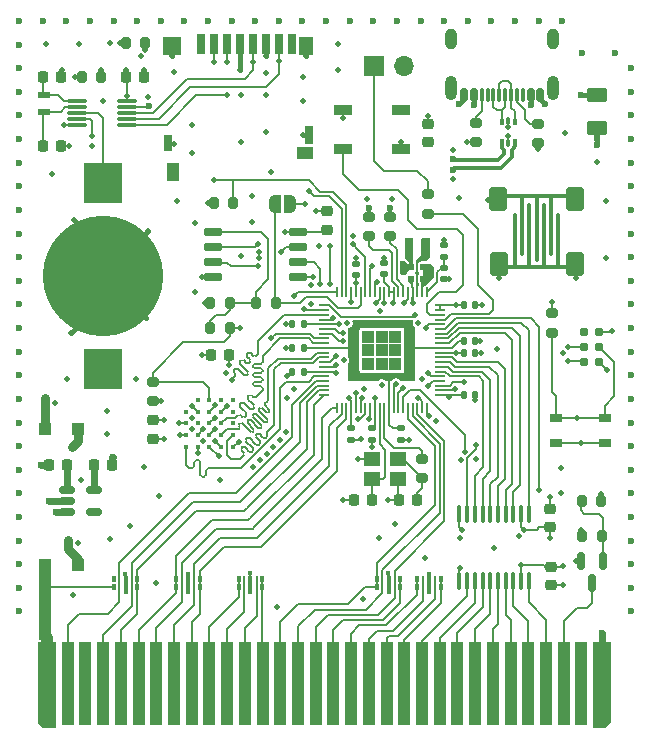
<source format=gtl>
G04 #@! TF.GenerationSoftware,KiCad,Pcbnew,9.0.3*
G04 #@! TF.CreationDate,2025-07-16T19:29:37+02:00*
G04 #@! TF.ProjectId,GameboyCartridgeV2.1,47616d65-626f-4794-9361-727472696467,rev?*
G04 #@! TF.SameCoordinates,Original*
G04 #@! TF.FileFunction,Copper,L1,Top*
G04 #@! TF.FilePolarity,Positive*
%FSLAX46Y46*%
G04 Gerber Fmt 4.6, Leading zero omitted, Abs format (unit mm)*
G04 Created by KiCad (PCBNEW 9.0.3) date 2025-07-16 19:29:37*
%MOMM*%
%LPD*%
G01*
G04 APERTURE LIST*
G04 Aperture macros list*
%AMRoundRect*
0 Rectangle with rounded corners*
0 $1 Rounding radius*
0 $2 $3 $4 $5 $6 $7 $8 $9 X,Y pos of 4 corners*
0 Add a 4 corners polygon primitive as box body*
4,1,4,$2,$3,$4,$5,$6,$7,$8,$9,$2,$3,0*
0 Add four circle primitives for the rounded corners*
1,1,$1+$1,$2,$3*
1,1,$1+$1,$4,$5*
1,1,$1+$1,$6,$7*
1,1,$1+$1,$8,$9*
0 Add four rect primitives between the rounded corners*
20,1,$1+$1,$2,$3,$4,$5,0*
20,1,$1+$1,$4,$5,$6,$7,0*
20,1,$1+$1,$6,$7,$8,$9,0*
20,1,$1+$1,$8,$9,$2,$3,0*%
%AMFreePoly0*
4,1,23,0.500000,-0.750000,0.000000,-0.750000,0.000000,-0.745722,-0.065263,-0.745722,-0.191342,-0.711940,-0.304381,-0.646677,-0.396677,-0.554381,-0.461940,-0.441342,-0.495722,-0.315263,-0.495722,-0.250000,-0.500000,-0.250000,-0.500000,0.250000,-0.495722,0.250000,-0.495722,0.315263,-0.461940,0.441342,-0.396677,0.554381,-0.304381,0.646677,-0.191342,0.711940,-0.065263,0.745722,0.000000,0.745722,
0.000000,0.750000,0.500000,0.750000,0.500000,-0.750000,0.500000,-0.750000,$1*%
%AMFreePoly1*
4,1,23,0.000000,0.745722,0.065263,0.745722,0.191342,0.711940,0.304381,0.646677,0.396677,0.554381,0.461940,0.441342,0.495722,0.315263,0.495722,0.250000,0.500000,0.250000,0.500000,-0.250000,0.495722,-0.250000,0.495722,-0.315263,0.461940,-0.441342,0.396677,-0.554381,0.304381,-0.646677,0.191342,-0.711940,0.065263,-0.745722,0.000000,-0.745722,0.000000,-0.750000,-0.500000,-0.750000,
-0.500000,0.750000,0.000000,0.750000,0.000000,0.745722,0.000000,0.745722,$1*%
%AMFreePoly2*
4,1,6,0.750000,-6.800000,-0.350000,-6.800000,-0.750000,-6.400000,-0.750000,0.500000,0.750000,0.500000,0.750000,-6.800000,0.750000,-6.800000,$1*%
%AMFreePoly3*
4,1,5,0.500000,-6.500000,-0.500000,-6.500000,-0.500000,0.500000,0.500000,0.500000,0.500000,-6.500000,0.500000,-6.500000,$1*%
%AMFreePoly4*
4,1,6,0.750000,-6.300000,0.250000,-6.800000,-0.750000,-6.800000,-0.750000,0.500000,0.750000,0.500000,0.750000,-6.300000,0.750000,-6.300000,$1*%
G04 Aperture macros list end*
G04 #@! TA.AperFunction,EtchedComponent*
%ADD10C,0.350000*%
G04 #@! TD*
G04 #@! TA.AperFunction,SMDPad,CuDef*
%ADD11RoundRect,0.140000X0.140000X0.170000X-0.140000X0.170000X-0.140000X-0.170000X0.140000X-0.170000X0*%
G04 #@! TD*
G04 #@! TA.AperFunction,SMDPad,CuDef*
%ADD12RoundRect,0.200000X-0.275000X0.200000X-0.275000X-0.200000X0.275000X-0.200000X0.275000X0.200000X0*%
G04 #@! TD*
G04 #@! TA.AperFunction,SMDPad,CuDef*
%ADD13RoundRect,0.225000X0.250000X-0.225000X0.250000X0.225000X-0.250000X0.225000X-0.250000X-0.225000X0*%
G04 #@! TD*
G04 #@! TA.AperFunction,SMDPad,CuDef*
%ADD14R,1.100000X0.600000*%
G04 #@! TD*
G04 #@! TA.AperFunction,SMDPad,CuDef*
%ADD15RoundRect,0.200000X-0.200000X-0.275000X0.200000X-0.275000X0.200000X0.275000X-0.200000X0.275000X0*%
G04 #@! TD*
G04 #@! TA.AperFunction,SMDPad,CuDef*
%ADD16RoundRect,0.200000X0.275000X-0.200000X0.275000X0.200000X-0.275000X0.200000X-0.275000X-0.200000X0*%
G04 #@! TD*
G04 #@! TA.AperFunction,SMDPad,CuDef*
%ADD17RoundRect,0.135000X-0.185000X0.135000X-0.185000X-0.135000X0.185000X-0.135000X0.185000X0.135000X0*%
G04 #@! TD*
G04 #@! TA.AperFunction,SMDPad,CuDef*
%ADD18R,1.050000X0.650000*%
G04 #@! TD*
G04 #@! TA.AperFunction,SMDPad,CuDef*
%ADD19RoundRect,0.150000X-0.512500X-0.150000X0.512500X-0.150000X0.512500X0.150000X-0.512500X0.150000X0*%
G04 #@! TD*
G04 #@! TA.AperFunction,SMDPad,CuDef*
%ADD20RoundRect,0.140000X-0.140000X-0.170000X0.140000X-0.170000X0.140000X0.170000X-0.140000X0.170000X0*%
G04 #@! TD*
G04 #@! TA.AperFunction,SMDPad,CuDef*
%ADD21RoundRect,0.200000X0.200000X0.275000X-0.200000X0.275000X-0.200000X-0.275000X0.200000X-0.275000X0*%
G04 #@! TD*
G04 #@! TA.AperFunction,ConnectorPad*
%ADD22C,0.787400*%
G04 #@! TD*
G04 #@! TA.AperFunction,SMDPad,CuDef*
%ADD23C,0.410000*%
G04 #@! TD*
G04 #@! TA.AperFunction,SMDPad,CuDef*
%ADD24R,0.700000X1.700000*%
G04 #@! TD*
G04 #@! TA.AperFunction,SMDPad,CuDef*
%ADD25RoundRect,0.225000X-0.250000X0.225000X-0.250000X-0.225000X0.250000X-0.225000X0.250000X0.225000X0*%
G04 #@! TD*
G04 #@! TA.AperFunction,SMDPad,CuDef*
%ADD26R,0.470000X0.530000*%
G04 #@! TD*
G04 #@! TA.AperFunction,SMDPad,CuDef*
%ADD27RoundRect,0.140000X0.170000X-0.140000X0.170000X0.140000X-0.170000X0.140000X-0.170000X-0.140000X0*%
G04 #@! TD*
G04 #@! TA.AperFunction,SMDPad,CuDef*
%ADD28RoundRect,0.225000X-0.225000X-0.250000X0.225000X-0.250000X0.225000X0.250000X-0.225000X0.250000X0*%
G04 #@! TD*
G04 #@! TA.AperFunction,SMDPad,CuDef*
%ADD29RoundRect,0.140000X-0.170000X0.140000X-0.170000X-0.140000X0.170000X-0.140000X0.170000X0.140000X0*%
G04 #@! TD*
G04 #@! TA.AperFunction,SMDPad,CuDef*
%ADD30RoundRect,0.250000X-0.500000X-0.750000X0.500000X-0.750000X0.500000X0.750000X-0.500000X0.750000X0*%
G04 #@! TD*
G04 #@! TA.AperFunction,SMDPad,CuDef*
%ADD31RoundRect,0.250000X0.300000X0.300000X-0.300000X0.300000X-0.300000X-0.300000X0.300000X-0.300000X0*%
G04 #@! TD*
G04 #@! TA.AperFunction,SMDPad,CuDef*
%ADD32RoundRect,0.093750X0.093750X-0.156250X0.093750X0.156250X-0.093750X0.156250X-0.093750X-0.156250X0*%
G04 #@! TD*
G04 #@! TA.AperFunction,SMDPad,CuDef*
%ADD33RoundRect,0.075000X0.075000X-0.250000X0.075000X0.250000X-0.075000X0.250000X-0.075000X-0.250000X0*%
G04 #@! TD*
G04 #@! TA.AperFunction,SMDPad,CuDef*
%ADD34RoundRect,0.250000X0.625000X-0.375000X0.625000X0.375000X-0.625000X0.375000X-0.625000X-0.375000X0*%
G04 #@! TD*
G04 #@! TA.AperFunction,SMDPad,CuDef*
%ADD35RoundRect,0.225000X0.225000X0.250000X-0.225000X0.250000X-0.225000X-0.250000X0.225000X-0.250000X0*%
G04 #@! TD*
G04 #@! TA.AperFunction,SMDPad,CuDef*
%ADD36RoundRect,0.150000X-0.150000X0.587500X-0.150000X-0.587500X0.150000X-0.587500X0.150000X0.587500X0*%
G04 #@! TD*
G04 #@! TA.AperFunction,SMDPad,CuDef*
%ADD37R,0.700000X1.750000*%
G04 #@! TD*
G04 #@! TA.AperFunction,SMDPad,CuDef*
%ADD38R,1.450000X1.000000*%
G04 #@! TD*
G04 #@! TA.AperFunction,SMDPad,CuDef*
%ADD39R,1.000000X1.550000*%
G04 #@! TD*
G04 #@! TA.AperFunction,SMDPad,CuDef*
%ADD40R,0.800000X1.500000*%
G04 #@! TD*
G04 #@! TA.AperFunction,SMDPad,CuDef*
%ADD41R,1.300000X1.500000*%
G04 #@! TD*
G04 #@! TA.AperFunction,SMDPad,CuDef*
%ADD42R,1.500000X1.500000*%
G04 #@! TD*
G04 #@! TA.AperFunction,SMDPad,CuDef*
%ADD43R,0.800000X1.400000*%
G04 #@! TD*
G04 #@! TA.AperFunction,SMDPad,CuDef*
%ADD44FreePoly0,0.000000*%
G04 #@! TD*
G04 #@! TA.AperFunction,SMDPad,CuDef*
%ADD45FreePoly1,0.000000*%
G04 #@! TD*
G04 #@! TA.AperFunction,SMDPad,CuDef*
%ADD46R,1.500000X0.900000*%
G04 #@! TD*
G04 #@! TA.AperFunction,SMDPad,CuDef*
%ADD47RoundRect,0.100000X-0.100000X0.637500X-0.100000X-0.637500X0.100000X-0.637500X0.100000X0.637500X0*%
G04 #@! TD*
G04 #@! TA.AperFunction,SMDPad,CuDef*
%ADD48R,1.400000X1.200000*%
G04 #@! TD*
G04 #@! TA.AperFunction,SMDPad,CuDef*
%ADD49R,0.300000X0.480000*%
G04 #@! TD*
G04 #@! TA.AperFunction,SMDPad,CuDef*
%ADD50R,0.250000X0.480000*%
G04 #@! TD*
G04 #@! TA.AperFunction,SMDPad,CuDef*
%ADD51R,0.400000X1.200000*%
G04 #@! TD*
G04 #@! TA.AperFunction,ComponentPad*
%ADD52R,1.700000X1.700000*%
G04 #@! TD*
G04 #@! TA.AperFunction,ComponentPad*
%ADD53O,1.700000X1.700000*%
G04 #@! TD*
G04 #@! TA.AperFunction,SMDPad,CuDef*
%ADD54R,3.300000X3.500000*%
G04 #@! TD*
G04 #@! TA.AperFunction,SMDPad,CuDef*
%ADD55C,10.200000*%
G04 #@! TD*
G04 #@! TA.AperFunction,SMDPad,CuDef*
%ADD56RoundRect,0.150000X-0.650000X-0.150000X0.650000X-0.150000X0.650000X0.150000X-0.650000X0.150000X0*%
G04 #@! TD*
G04 #@! TA.AperFunction,SMDPad,CuDef*
%ADD57RoundRect,0.150000X0.150000X0.425000X-0.150000X0.425000X-0.150000X-0.425000X0.150000X-0.425000X0*%
G04 #@! TD*
G04 #@! TA.AperFunction,SMDPad,CuDef*
%ADD58RoundRect,0.075000X0.075000X0.500000X-0.075000X0.500000X-0.075000X-0.500000X0.075000X-0.500000X0*%
G04 #@! TD*
G04 #@! TA.AperFunction,ComponentPad*
%ADD59O,1.000000X2.100000*%
G04 #@! TD*
G04 #@! TA.AperFunction,ComponentPad*
%ADD60O,1.000000X1.800000*%
G04 #@! TD*
G04 #@! TA.AperFunction,ComponentPad*
%ADD61C,0.800000*%
G04 #@! TD*
G04 #@! TA.AperFunction,ConnectorPad*
%ADD62FreePoly2,0.000000*%
G04 #@! TD*
G04 #@! TA.AperFunction,ConnectorPad*
%ADD63FreePoly3,0.000000*%
G04 #@! TD*
G04 #@! TA.AperFunction,ConnectorPad*
%ADD64FreePoly4,0.000000*%
G04 #@! TD*
G04 #@! TA.AperFunction,SMDPad,CuDef*
%ADD65RoundRect,0.087500X-0.725000X-0.087500X0.725000X-0.087500X0.725000X0.087500X-0.725000X0.087500X0*%
G04 #@! TD*
G04 #@! TA.AperFunction,SMDPad,CuDef*
%ADD66RoundRect,0.055000X0.335000X-0.055000X0.335000X0.055000X-0.335000X0.055000X-0.335000X-0.055000X0*%
G04 #@! TD*
G04 #@! TA.AperFunction,SMDPad,CuDef*
%ADD67RoundRect,0.055000X-0.055000X-0.335000X0.055000X-0.335000X0.055000X0.335000X-0.055000X0.335000X0*%
G04 #@! TD*
G04 #@! TA.AperFunction,ComponentPad*
%ADD68C,0.600000*%
G04 #@! TD*
G04 #@! TA.AperFunction,SMDPad,CuDef*
%ADD69R,1.133333X1.133333*%
G04 #@! TD*
G04 #@! TA.AperFunction,ViaPad*
%ADD70C,0.500000*%
G04 #@! TD*
G04 #@! TA.AperFunction,ViaPad*
%ADD71C,0.600000*%
G04 #@! TD*
G04 #@! TA.AperFunction,ViaPad*
%ADD72C,0.450000*%
G04 #@! TD*
G04 #@! TA.AperFunction,Conductor*
%ADD73C,0.150000*%
G04 #@! TD*
G04 #@! TA.AperFunction,Conductor*
%ADD74C,0.200000*%
G04 #@! TD*
G04 #@! TA.AperFunction,Conductor*
%ADD75C,0.600000*%
G04 #@! TD*
G04 #@! TA.AperFunction,Conductor*
%ADD76C,0.400000*%
G04 #@! TD*
G04 #@! TA.AperFunction,Conductor*
%ADD77C,0.800000*%
G04 #@! TD*
G04 #@! TA.AperFunction,Conductor*
%ADD78C,0.339000*%
G04 #@! TD*
G04 #@! TA.AperFunction,Conductor*
%ADD79C,1.000000*%
G04 #@! TD*
G04 APERTURE END LIST*
D10*
X155200000Y-77776218D02*
X156501954Y-77776218D01*
X155200000Y-83776218D02*
X155901954Y-83776218D01*
X155901954Y-83776218D02*
X155901954Y-79376218D01*
X155901954Y-83776218D02*
X157101954Y-83776218D01*
X156501954Y-77776218D02*
X156501954Y-82676218D01*
X156501954Y-77776218D02*
X157701954Y-77776218D01*
X157101954Y-83776218D02*
X157101954Y-78476218D01*
X157101954Y-83776218D02*
X158301954Y-83776218D01*
X157701954Y-77776218D02*
X157701954Y-83176218D01*
X157701954Y-77776218D02*
X158901954Y-77776218D01*
X158301954Y-83776218D02*
X158301954Y-78476218D01*
X158301954Y-83776218D02*
X159501954Y-83776218D01*
X158901954Y-77776218D02*
X158901954Y-82676218D01*
X158901954Y-77776218D02*
X160200000Y-77776218D01*
X159500000Y-83776218D02*
X160200000Y-83776218D01*
X159501954Y-83776218D02*
X159501954Y-79376218D01*
D11*
X137980000Y-90600000D03*
X137020000Y-90600000D03*
D12*
X157810000Y-71615000D03*
X157810000Y-73265000D03*
D13*
X158900000Y-110675000D03*
X158900000Y-109125000D03*
D14*
X116000000Y-69200000D03*
X116000000Y-70600000D03*
D15*
X161555000Y-106530000D03*
X163205000Y-106530000D03*
D16*
X143500000Y-81125000D03*
X143500000Y-79475000D03*
D17*
X149900000Y-81890000D03*
X149900000Y-82910000D03*
D18*
X159350000Y-96500000D03*
X163500000Y-96500000D03*
X159350000Y-98650000D03*
X163500000Y-98650000D03*
D19*
X117962500Y-102600000D03*
X117962500Y-103550000D03*
X117962500Y-104500000D03*
X120237500Y-104500000D03*
X120237500Y-102600000D03*
D20*
X151520000Y-87000000D03*
X152480000Y-87000000D03*
D21*
X135625000Y-86800000D03*
X133975000Y-86800000D03*
D22*
X163000000Y-91770000D03*
X161730000Y-91770000D03*
X163000000Y-90500000D03*
X161730000Y-90500000D03*
X163000000Y-89230000D03*
X161730000Y-89230000D03*
D20*
X151520000Y-94600000D03*
X152480000Y-94600000D03*
D23*
X129000000Y-95000000D03*
X130000000Y-95000000D03*
X131000000Y-95000000D03*
X132000000Y-95000000D03*
X128000000Y-96000000D03*
X129000000Y-96000000D03*
X130000000Y-96000000D03*
X131000000Y-96000000D03*
X132000000Y-96000000D03*
X128000000Y-97000000D03*
X129000000Y-97000000D03*
X130000000Y-97000000D03*
X131000000Y-97000000D03*
X132000000Y-97000000D03*
X128000000Y-98000000D03*
X129000000Y-98000000D03*
X130000000Y-98000000D03*
X131000000Y-98000000D03*
X132000000Y-98000000D03*
X128000000Y-99000000D03*
X129000000Y-99000000D03*
X130000000Y-99000000D03*
X131000000Y-99000000D03*
X132000000Y-99000000D03*
D24*
X146900000Y-82108211D03*
X148300000Y-82108211D03*
D25*
X125200000Y-96725000D03*
X125200000Y-98275000D03*
D16*
X145300000Y-81125000D03*
X145300000Y-79475000D03*
D12*
X125200000Y-93475000D03*
X125200000Y-95125000D03*
D20*
X151520000Y-90000000D03*
X152480000Y-90000000D03*
D26*
X147080598Y-84730388D03*
X148110598Y-84730388D03*
D27*
X142400000Y-84460000D03*
X142400000Y-83500000D03*
D28*
X146025000Y-103500000D03*
X147575000Y-103500000D03*
D29*
X143800000Y-97420000D03*
X143800000Y-98380000D03*
X149900000Y-83820000D03*
X149900000Y-84780000D03*
D21*
X131725000Y-86800000D03*
X130075000Y-86800000D03*
D28*
X142250000Y-103500000D03*
X143800000Y-103500000D03*
X115925000Y-67700000D03*
X117475000Y-67700000D03*
D30*
X154451954Y-78026218D03*
X160951954Y-78026218D03*
X154495638Y-83523065D03*
X160951954Y-83526218D03*
D31*
X118900000Y-109000000D03*
X116100000Y-109000000D03*
D25*
X158800000Y-104225000D03*
X158800000Y-105775000D03*
D27*
X144800000Y-84380000D03*
X144800000Y-83420000D03*
D25*
X148550000Y-71625000D03*
X148550000Y-73175000D03*
D32*
X154762500Y-73160000D03*
D33*
X155300000Y-73235000D03*
D32*
X155837500Y-73160000D03*
X155837500Y-71460000D03*
D33*
X155300000Y-71385000D03*
D32*
X154762500Y-71460000D03*
D12*
X148000000Y-99975000D03*
X148000000Y-101625000D03*
D34*
X162790000Y-71990000D03*
X162790000Y-69190000D03*
D28*
X130125000Y-91212500D03*
X131675000Y-91212500D03*
D35*
X117475000Y-73500000D03*
X115925000Y-73500000D03*
D36*
X163362500Y-108642500D03*
X161462500Y-108642500D03*
X162412500Y-110517500D03*
D16*
X159000000Y-89325000D03*
X159000000Y-87675000D03*
D21*
X131725000Y-88900000D03*
X130075000Y-88900000D03*
D37*
X129305000Y-64875000D03*
X130405000Y-64875000D03*
X131505000Y-64875000D03*
X132605000Y-64875000D03*
X133705000Y-64875000D03*
X134805000Y-64875000D03*
X135905000Y-64875000D03*
X137005000Y-64875000D03*
D38*
X138130000Y-74100000D03*
D39*
X126905000Y-75675000D03*
D40*
X138455000Y-72600000D03*
D41*
X138205000Y-65000000D03*
D42*
X126855000Y-65000000D03*
D43*
X126505000Y-73250000D03*
D44*
X135550000Y-78400000D03*
D45*
X136850000Y-78400000D03*
D46*
X146250000Y-73750000D03*
X146250000Y-70450000D03*
X141350000Y-70450000D03*
X141350000Y-73750000D03*
D21*
X132025000Y-78300000D03*
X130375000Y-78300000D03*
D47*
X157025000Y-104637500D03*
X156375000Y-104637500D03*
X155725000Y-104637500D03*
X155075000Y-104637500D03*
X154425000Y-104637500D03*
X153775000Y-104637500D03*
X153125000Y-104637500D03*
X152475000Y-104637500D03*
X151825000Y-104637500D03*
X151175000Y-104637500D03*
X151175000Y-110362500D03*
X151825000Y-110362500D03*
X152475000Y-110362500D03*
X153125000Y-110362500D03*
X153775000Y-110362500D03*
X154425000Y-110362500D03*
X155075000Y-110362500D03*
X155725000Y-110362500D03*
X156375000Y-110362500D03*
X157025000Y-110362500D03*
D48*
X146000000Y-100000000D03*
X143800000Y-100000000D03*
X143800000Y-101700000D03*
X146000000Y-101700000D03*
D15*
X119175000Y-67700000D03*
X120825000Y-67700000D03*
D20*
X151520000Y-91000000D03*
X152480000Y-91000000D03*
D35*
X124475000Y-67700000D03*
X122925000Y-67700000D03*
D12*
X152580000Y-71545000D03*
X152580000Y-73195000D03*
D49*
X147575000Y-110860000D03*
D50*
X148050000Y-110860000D03*
D51*
X148575000Y-110500000D03*
D50*
X149100000Y-110860000D03*
D49*
X149575000Y-110860000D03*
X149575000Y-110140000D03*
D50*
X149100000Y-110140000D03*
X148050000Y-110140000D03*
D49*
X147575000Y-110140000D03*
D52*
X143900000Y-66700000D03*
D53*
X146440000Y-66700000D03*
D11*
X137980000Y-92600000D03*
X137020000Y-92600000D03*
D29*
X142000000Y-97420000D03*
X142000000Y-98380000D03*
D21*
X124585000Y-64800000D03*
X122935000Y-64800000D03*
D54*
X121000000Y-76600000D03*
X121000000Y-92400000D03*
D55*
X121000000Y-84500000D03*
D15*
X161515000Y-103520000D03*
X163165000Y-103520000D03*
D56*
X130300000Y-80795000D03*
X130300000Y-82065000D03*
X130300000Y-83335000D03*
X130300000Y-84605000D03*
X137500000Y-84605000D03*
X137500000Y-83335000D03*
X137500000Y-82065000D03*
X137500000Y-80795000D03*
D57*
X158000000Y-69190000D03*
X157200000Y-69190000D03*
D58*
X156050000Y-69190000D03*
X155050000Y-69190000D03*
X154550000Y-69190000D03*
X153550000Y-69190000D03*
D57*
X152400000Y-69190000D03*
X151600000Y-69190000D03*
X151600000Y-69190000D03*
X152400000Y-69190000D03*
D58*
X153050000Y-69190000D03*
X154050000Y-69190000D03*
X155550000Y-69190000D03*
X156550000Y-69190000D03*
D57*
X157200000Y-69190000D03*
X158000000Y-69190000D03*
D59*
X159120000Y-68615000D03*
D60*
X159120000Y-64435000D03*
D59*
X150480000Y-68615000D03*
D60*
X150480000Y-64435000D03*
D11*
X137980000Y-88600000D03*
X137020000Y-88600000D03*
D28*
X116425000Y-100500000D03*
X117975000Y-100500000D03*
D61*
X116250000Y-116000000D03*
D62*
X116250000Y-116000000D03*
D61*
X118000000Y-116000000D03*
D63*
X118000000Y-116000000D03*
D61*
X119500000Y-116000000D03*
D63*
X119500000Y-116000000D03*
D61*
X121000000Y-116000000D03*
D63*
X121000000Y-116000000D03*
D61*
X122500000Y-116000000D03*
D63*
X122500000Y-116000000D03*
D61*
X124000000Y-116000000D03*
D63*
X124000000Y-116000000D03*
D61*
X125500000Y-116000000D03*
D63*
X125500000Y-116000000D03*
D61*
X127000000Y-116000000D03*
D63*
X127000000Y-116000000D03*
D61*
X128500000Y-116000000D03*
D63*
X128500000Y-116000000D03*
D61*
X130000000Y-116000000D03*
D63*
X130000000Y-116000000D03*
D61*
X131500000Y-116000000D03*
D63*
X131500000Y-116000000D03*
D61*
X133000000Y-116000000D03*
D63*
X133000000Y-116000000D03*
D61*
X134500000Y-116000000D03*
D63*
X134500000Y-116000000D03*
D61*
X136000000Y-116000000D03*
D63*
X136000000Y-116000000D03*
D61*
X137500000Y-116000000D03*
D63*
X137500000Y-116000000D03*
D61*
X139000000Y-116000000D03*
D63*
X139000000Y-116000000D03*
D61*
X140500000Y-116000000D03*
D63*
X140500000Y-116000000D03*
D61*
X142000000Y-116000000D03*
D63*
X142000000Y-116000000D03*
D61*
X143500000Y-116000000D03*
D63*
X143500000Y-116000000D03*
D61*
X145000000Y-116000000D03*
D63*
X145000000Y-116000000D03*
D61*
X146500000Y-116000000D03*
D63*
X146500000Y-116000000D03*
D61*
X148000000Y-116000000D03*
D63*
X148000000Y-116000000D03*
D61*
X149500000Y-116000000D03*
D63*
X149500000Y-116000000D03*
D61*
X151000000Y-116000000D03*
D63*
X151000000Y-116000000D03*
D61*
X152500000Y-116000000D03*
D63*
X152500000Y-116000000D03*
D61*
X154000000Y-116000000D03*
D63*
X154000000Y-116000000D03*
D61*
X155500000Y-116000000D03*
D63*
X155500000Y-116000000D03*
D61*
X157000000Y-116000000D03*
D63*
X157000000Y-116000000D03*
D61*
X158500000Y-116000000D03*
D63*
X158500000Y-116000000D03*
D61*
X160000000Y-116000000D03*
D63*
X160000000Y-116000000D03*
D61*
X161500000Y-116000000D03*
D63*
X161500000Y-116000000D03*
D61*
X163250000Y-116000000D03*
D64*
X163250000Y-116000000D03*
D31*
X118900000Y-97500000D03*
X116100000Y-97500000D03*
D29*
X146200000Y-97420000D03*
X146200000Y-98380000D03*
D49*
X127187500Y-110860000D03*
D50*
X127662500Y-110860000D03*
D51*
X128187500Y-110500000D03*
D50*
X128712500Y-110860000D03*
D49*
X129187500Y-110860000D03*
X129187500Y-110140000D03*
D50*
X128712500Y-110140000D03*
X127662500Y-110140000D03*
D49*
X127187500Y-110140000D03*
D16*
X148500000Y-79225000D03*
X148500000Y-77575000D03*
D26*
X147085257Y-83760167D03*
X148115257Y-83760167D03*
D49*
X132475000Y-110860000D03*
D50*
X132950000Y-110860000D03*
D51*
X133475000Y-110500000D03*
D50*
X134000000Y-110860000D03*
D49*
X134475000Y-110860000D03*
X134475000Y-110140000D03*
D50*
X134000000Y-110140000D03*
X132950000Y-110140000D03*
D49*
X132475000Y-110140000D03*
D65*
X118787500Y-69700000D03*
X118787500Y-70200000D03*
X118787500Y-70700000D03*
X118787500Y-71200000D03*
X118787500Y-71700000D03*
X123012500Y-71700000D03*
X123012500Y-71200000D03*
X123012500Y-70700000D03*
X123012500Y-70200000D03*
X123012500Y-69700000D03*
D49*
X121900000Y-110860000D03*
D50*
X122375000Y-110860000D03*
D51*
X122900000Y-110500000D03*
D50*
X123425000Y-110860000D03*
D49*
X123900000Y-110860000D03*
X123900000Y-110140000D03*
D50*
X123425000Y-110140000D03*
X122375000Y-110140000D03*
D49*
X121900000Y-110140000D03*
D35*
X121775000Y-100550000D03*
X120225000Y-100550000D03*
D25*
X140000000Y-79025000D03*
X140000000Y-80575000D03*
D49*
X144175000Y-110860000D03*
D50*
X144650000Y-110860000D03*
D51*
X145175000Y-110500000D03*
D50*
X145700000Y-110860000D03*
D49*
X146175000Y-110860000D03*
X146175000Y-110140000D03*
D50*
X145700000Y-110140000D03*
X144650000Y-110140000D03*
D49*
X144175000Y-110140000D03*
D66*
X139707000Y-87000000D03*
X139707000Y-87400000D03*
X139707000Y-87800000D03*
X139707000Y-88200000D03*
X139707000Y-88600000D03*
X139707000Y-89000000D03*
X139707000Y-89400000D03*
X139707000Y-89800000D03*
X139707000Y-90200000D03*
X139707000Y-90600000D03*
X139707000Y-91000000D03*
X139707000Y-91400000D03*
X139707000Y-91800000D03*
X139707000Y-92200000D03*
X139707000Y-92600000D03*
X139707000Y-93000000D03*
X139707000Y-93400000D03*
X139707000Y-93800000D03*
X139707000Y-94200000D03*
X139707000Y-94600000D03*
D67*
X140803500Y-95696500D03*
X141203500Y-95696500D03*
X141603500Y-95696500D03*
X142003500Y-95696500D03*
X142403500Y-95696500D03*
X142803500Y-95696500D03*
X143203500Y-95696500D03*
X143603500Y-95696500D03*
X144003500Y-95696500D03*
X144403500Y-95696500D03*
X144803500Y-95696500D03*
X145203500Y-95696500D03*
X145603500Y-95696500D03*
X146003500Y-95696500D03*
X146403500Y-95696500D03*
X146803500Y-95696500D03*
X147203500Y-95696500D03*
X147603500Y-95696500D03*
X148003500Y-95696500D03*
X148403500Y-95696500D03*
D66*
X149500000Y-94600000D03*
X149500000Y-94200000D03*
X149500000Y-93800000D03*
X149500000Y-93400000D03*
X149500000Y-93000000D03*
X149500000Y-92600000D03*
X149500000Y-92200000D03*
X149500000Y-91800000D03*
X149500000Y-91400000D03*
X149500000Y-91000000D03*
X149500000Y-90600000D03*
X149500000Y-90200000D03*
X149500000Y-89800000D03*
X149500000Y-89400000D03*
X149500000Y-89000000D03*
X149500000Y-88600000D03*
X149500000Y-88200000D03*
X149500000Y-87800000D03*
X149500000Y-87400000D03*
X149500000Y-87000000D03*
D67*
X148403500Y-85903500D03*
X148003500Y-85903500D03*
X147603500Y-85903500D03*
X147203500Y-85903500D03*
X146803500Y-85903500D03*
X146403500Y-85903500D03*
X146003500Y-85903500D03*
X145603500Y-85903500D03*
X145203500Y-85903500D03*
X144803500Y-85903500D03*
X144403500Y-85903500D03*
X144003500Y-85903500D03*
X143603500Y-85903500D03*
X143203500Y-85903500D03*
X142803500Y-85903500D03*
X142403500Y-85903500D03*
X142003500Y-85903500D03*
X141603500Y-85903500D03*
X141203500Y-85903500D03*
X140803500Y-85903500D03*
D68*
X143470167Y-89666667D03*
D69*
X143470167Y-89666667D03*
D68*
X143470167Y-90800000D03*
D69*
X143470167Y-90800000D03*
D68*
X143470167Y-91933333D03*
D69*
X143470167Y-91933333D03*
D68*
X144603500Y-89666667D03*
D69*
X144603500Y-89666667D03*
D68*
X144603500Y-90800000D03*
D69*
X144603500Y-90800000D03*
D68*
X144603500Y-91933333D03*
D69*
X144603500Y-91933333D03*
D68*
X145736833Y-89666667D03*
D69*
X145736833Y-89666667D03*
D68*
X145736833Y-90800000D03*
D69*
X145736833Y-90800000D03*
D68*
X145736833Y-91933333D03*
D69*
X145736833Y-91933333D03*
D70*
X132600000Y-67100000D03*
X159000000Y-86700000D03*
X123012500Y-69312500D03*
X122400000Y-64790000D03*
X140715969Y-92748130D03*
X161490000Y-105980000D03*
X125900000Y-95100000D03*
X130500000Y-98500000D03*
X150900000Y-87000000D03*
X127500000Y-98000000D03*
X147200000Y-86800000D03*
D71*
X120250000Y-101500000D03*
D70*
X122930000Y-67080000D03*
X131700000Y-92012500D03*
X156600000Y-106000000D03*
X140978096Y-88584226D03*
X146250000Y-73150000D03*
X149900000Y-81500000D03*
X150275000Y-94725000D03*
X131500000Y-95500000D03*
X126200000Y-98300000D03*
X163700000Y-92500000D03*
X120840000Y-67110000D03*
X141807272Y-94878075D03*
X129600000Y-86800000D03*
X158800000Y-106700000D03*
X142400000Y-85125000D03*
D71*
X120250000Y-102100000D03*
D70*
X145520207Y-86799536D03*
X129900000Y-78300000D03*
X136400000Y-80800000D03*
X150900000Y-91000000D03*
X144000000Y-94800000D03*
X136600000Y-94800000D03*
X116689448Y-75864128D03*
D72*
X145160000Y-109630000D03*
D71*
X159883038Y-62916285D03*
D70*
X149199538Y-96758341D03*
X141350000Y-71100000D03*
D71*
X165683038Y-72916285D03*
D70*
X124500000Y-100700000D03*
D71*
X165683038Y-102916285D03*
D70*
X128500000Y-97500000D03*
X127000000Y-73300000D03*
X129400000Y-91212500D03*
X134291268Y-100091268D03*
X117500000Y-67100000D03*
D71*
X123883038Y-62916285D03*
D70*
X128500000Y-74100000D03*
X124600000Y-88100000D03*
X124500000Y-67100000D03*
X143350000Y-78000000D03*
X140900000Y-64900000D03*
D71*
X165683038Y-106916285D03*
D70*
X150600000Y-76272503D03*
D71*
X129883038Y-62916285D03*
D70*
X128800000Y-85900000D03*
X147700000Y-88500000D03*
X133600000Y-77700000D03*
X143040000Y-111830000D03*
X152900000Y-90000000D03*
D71*
X153883038Y-62916285D03*
D72*
X128190000Y-109710000D03*
D70*
X135200000Y-75700000D03*
X118480000Y-111550000D03*
X123300000Y-105700000D03*
D71*
X165683038Y-86916285D03*
D70*
X160090000Y-72430000D03*
X143800000Y-99000000D03*
X144400000Y-106700000D03*
X145100000Y-103500000D03*
D71*
X121883038Y-62916285D03*
D72*
X122920000Y-111290000D03*
D70*
X150600000Y-73827497D03*
D71*
X113883038Y-104916285D03*
D70*
X158800000Y-103200000D03*
D71*
X165683038Y-110916285D03*
D70*
X150300000Y-84800000D03*
X151300000Y-100060164D03*
X151850000Y-73200000D03*
X138644876Y-86851384D03*
D71*
X113883038Y-108916285D03*
X141883038Y-62916285D03*
D70*
X116200000Y-64900000D03*
X128500000Y-96500000D03*
X121300000Y-95900000D03*
X153100000Y-87000000D03*
D71*
X113883038Y-112916285D03*
D70*
X154340000Y-90660000D03*
X137900000Y-72600000D03*
X138200000Y-65900000D03*
X124188368Y-65920196D03*
D71*
X139883038Y-62916285D03*
D70*
X159800000Y-100800000D03*
D71*
X165683038Y-100916285D03*
D72*
X133470000Y-109660000D03*
D71*
X113883038Y-86916285D03*
D70*
X164100000Y-89200000D03*
D71*
X165683038Y-78916285D03*
X165683038Y-74916285D03*
D70*
X136571232Y-92971232D03*
D72*
X148590000Y-111290000D03*
D70*
X131400000Y-92700000D03*
D71*
X161533038Y-65616285D03*
D70*
X117950000Y-93200000D03*
D71*
X113883038Y-64916285D03*
D70*
X132511471Y-98525000D03*
X118300000Y-89300000D03*
D71*
X113883038Y-96916285D03*
D70*
X134800000Y-72300000D03*
X134800000Y-65900000D03*
D71*
X165683038Y-112916285D03*
D70*
X130500000Y-95463157D03*
D71*
X113883038Y-68916285D03*
X113883038Y-100916285D03*
D70*
X139000000Y-79000000D03*
X153000000Y-91000000D03*
X151200000Y-109200000D03*
D71*
X165683038Y-68916285D03*
D70*
X127234599Y-78181197D03*
X145424434Y-77998328D03*
X141400000Y-91659979D03*
X142800000Y-98300000D03*
X136500000Y-88600000D03*
X137900000Y-67700000D03*
X130900000Y-101800000D03*
X135700000Y-112500000D03*
D72*
X145180000Y-111280000D03*
D71*
X125883038Y-62916285D03*
D70*
X151130000Y-77870000D03*
X139300000Y-81975000D03*
D71*
X147883038Y-62916285D03*
D70*
X137200000Y-94100000D03*
X134800000Y-67300000D03*
D71*
X113883038Y-78916285D03*
D70*
X127400000Y-97000000D03*
D71*
X157883038Y-62916285D03*
D70*
X135391268Y-98991268D03*
D71*
X113883038Y-98916285D03*
X165683038Y-66916285D03*
D70*
X154500000Y-84700000D03*
D71*
X113883038Y-94916285D03*
D70*
X154130000Y-107580000D03*
X134200000Y-82500000D03*
D71*
X127883038Y-62916285D03*
X158375000Y-69925000D03*
D70*
X148700000Y-84000000D03*
D71*
X165683038Y-76916285D03*
D70*
X132700000Y-82800000D03*
D71*
X113883038Y-62916285D03*
D70*
X121000000Y-69700000D03*
X129400000Y-84600000D03*
X128500000Y-71700000D03*
D71*
X165683038Y-70916285D03*
D70*
X144479576Y-87444625D03*
X132700000Y-73200000D03*
X135991268Y-98391268D03*
X157825000Y-73775000D03*
X119000000Y-64900000D03*
D71*
X165683038Y-96916285D03*
D70*
X133691268Y-100691268D03*
X121590000Y-64820000D03*
D71*
X131883038Y-62916285D03*
D70*
X138600000Y-85300000D03*
D71*
X113883038Y-102916285D03*
D70*
X152500000Y-95000000D03*
X159800000Y-102900000D03*
X124836114Y-69377723D03*
X138100000Y-78400000D03*
X126200000Y-96700000D03*
D71*
X165683038Y-80916285D03*
X115750000Y-100500000D03*
X165683038Y-84916285D03*
D70*
X128800000Y-80000000D03*
D71*
X145883038Y-62916285D03*
D70*
X141673013Y-88500000D03*
D71*
X165683038Y-82916285D03*
D70*
X134841268Y-99541268D03*
X124800000Y-80700000D03*
X144800000Y-83000000D03*
X134800000Y-69200000D03*
X116950000Y-95243655D03*
D71*
X115883038Y-62916285D03*
X113883038Y-76916285D03*
D70*
X159900000Y-91000000D03*
X141300000Y-103500000D03*
D71*
X155883038Y-62916285D03*
D70*
X152600000Y-100000000D03*
X148000000Y-93200000D03*
D71*
X143883038Y-62916285D03*
D70*
X143100000Y-94100000D03*
D71*
X113883038Y-106916285D03*
D70*
X163600000Y-82990000D03*
D71*
X165683038Y-98916285D03*
X121800000Y-99850000D03*
D70*
X161080000Y-108650000D03*
X146900000Y-98400000D03*
D71*
X149883038Y-62916285D03*
X163200000Y-114700000D03*
X119883038Y-62916285D03*
X165683038Y-104916285D03*
D72*
X122890000Y-109710000D03*
D70*
X156179998Y-106560002D03*
D71*
X113883038Y-92916285D03*
X113883038Y-88916285D03*
X113883038Y-74916285D03*
X133883038Y-62916285D03*
D70*
X142600000Y-100000000D03*
D71*
X165683038Y-92916285D03*
D70*
X121600000Y-106800000D03*
X148525000Y-71000000D03*
D71*
X117883038Y-62916285D03*
D70*
X127010000Y-67280000D03*
X125500000Y-110500000D03*
X151200000Y-106670822D03*
X134200000Y-83000000D03*
X117700000Y-71700000D03*
D71*
X113883038Y-110916285D03*
X113883038Y-70916285D03*
D70*
X144600000Y-93700000D03*
X120100000Y-73500000D03*
D72*
X128200000Y-111290000D03*
D70*
X148290000Y-108420000D03*
X119100000Y-101750000D03*
D71*
X113883038Y-66916285D03*
D70*
X123800000Y-93200000D03*
X133600000Y-79900000D03*
X136500000Y-90600000D03*
X136469575Y-97734787D03*
D71*
X164383038Y-65616285D03*
D70*
X162800000Y-74900000D03*
D71*
X113883038Y-84916285D03*
X117000000Y-103550000D03*
D72*
X133470000Y-111300000D03*
D70*
X118500000Y-79800000D03*
D71*
X116400000Y-103550000D03*
X135883038Y-62916285D03*
X113883038Y-82916285D03*
X113883038Y-80916285D03*
D72*
X148570000Y-109710000D03*
D70*
X118900000Y-107152253D03*
D71*
X165683038Y-90916285D03*
D70*
X159900000Y-110700000D03*
X142400000Y-83000000D03*
X137900000Y-69700000D03*
X155300000Y-72700000D03*
D71*
X151150000Y-69950000D03*
D70*
X148700000Y-84500000D03*
D71*
X113883038Y-90916285D03*
D70*
X142200000Y-81100000D03*
D71*
X113883038Y-72916285D03*
D70*
X125700000Y-103100000D03*
X145700000Y-105500000D03*
X132700000Y-69200000D03*
D71*
X165683038Y-108916285D03*
D70*
X161437385Y-98657749D03*
D71*
X165683038Y-88916285D03*
D70*
X118100000Y-73500000D03*
D71*
X151883038Y-62916285D03*
X137883038Y-62916285D03*
D70*
X161000000Y-84700000D03*
D71*
X165683038Y-94916285D03*
D70*
X129500000Y-98500000D03*
X163600000Y-78200000D03*
X121300000Y-97900000D03*
X126850259Y-65862182D03*
X140910000Y-67070000D03*
X146446121Y-86800000D03*
D71*
X146425000Y-83500000D03*
X146446121Y-84100000D03*
X146436460Y-88600000D03*
X161500000Y-69200000D03*
X152400000Y-70000000D03*
X157200000Y-70000000D03*
X116100000Y-94800000D03*
D70*
X155300000Y-71900000D03*
D71*
X162800000Y-73450000D03*
X116100000Y-95700000D03*
X162800000Y-72850000D03*
D70*
X160400000Y-90500000D03*
X145800000Y-93625000D03*
X151621232Y-99421232D03*
X161100000Y-96500000D03*
X160400000Y-91700000D03*
X146400000Y-94000000D03*
D71*
X143500000Y-78750000D03*
X150600000Y-74577500D03*
X150600000Y-75522500D03*
X145300000Y-78750000D03*
D70*
X130400000Y-76400000D03*
X130400000Y-66400000D03*
X138800000Y-84600000D03*
X144200000Y-85000000D03*
X143800000Y-83700000D03*
X134100000Y-83700000D03*
X142125000Y-81800000D03*
X134100000Y-81800000D03*
X144820389Y-86815606D03*
X136075000Y-82500000D03*
X144100000Y-86800000D03*
X139400000Y-85200000D03*
X129500000Y-97500000D03*
X135200000Y-89800000D03*
X131500000Y-69200000D03*
X131500000Y-66400000D03*
X137200000Y-86200000D03*
X141300000Y-90000003D03*
X130500000Y-97500000D03*
X140200000Y-81975000D03*
X135900000Y-66300000D03*
X140200000Y-85200000D03*
X142000000Y-86700000D03*
X141300000Y-89300000D03*
X132575000Y-88900000D03*
X148300000Y-88900000D03*
X163160000Y-102960000D03*
X128500000Y-95500000D03*
X140497793Y-88075000D03*
X140700000Y-91300000D03*
X130800000Y-99775000D03*
X140721230Y-92021233D03*
X129000000Y-99500000D03*
X133700000Y-66400000D03*
X138400000Y-77300000D03*
X131900000Y-93300000D03*
X130500000Y-96500000D03*
X152600000Y-98800000D03*
X148500000Y-92700000D03*
X142600000Y-96600000D03*
X143478500Y-96622177D03*
X142958159Y-94822448D03*
X142400000Y-94400000D03*
D71*
X116100000Y-113500000D03*
D70*
X159900000Y-109100000D03*
X156400000Y-109000000D03*
D71*
X116100000Y-112900000D03*
D70*
X148595624Y-96404376D03*
X151600000Y-93525000D03*
X150800000Y-94075000D03*
X147700000Y-94800000D03*
X148500000Y-93800000D03*
X118600000Y-67700000D03*
X120100000Y-72700000D03*
X138000000Y-87275000D03*
D71*
X117000000Y-104500000D03*
X118900000Y-98500000D03*
X117950000Y-101500000D03*
X117950000Y-102100000D03*
X118050000Y-106900000D03*
X118400000Y-99000000D03*
X118050000Y-107600000D03*
D70*
X137800000Y-74100000D03*
X126900000Y-75200000D03*
D71*
X124900000Y-70125000D03*
D70*
X124580000Y-65340000D03*
X122200000Y-91300000D03*
X119800000Y-77900000D03*
X122300000Y-93700000D03*
X122200000Y-75300000D03*
X119900000Y-91300000D03*
X119800000Y-75300000D03*
X122200000Y-77900000D03*
X119900000Y-93700000D03*
X153575000Y-78050000D03*
X147437962Y-87797262D03*
X157900000Y-102600000D03*
X151400000Y-106000000D03*
D73*
X163000000Y-91770000D02*
X163000000Y-91800000D01*
D74*
X122925000Y-67700000D02*
X122925000Y-67085000D01*
D75*
X120250000Y-101500000D02*
X120250000Y-100575000D01*
D73*
X142003500Y-95074303D02*
X141807272Y-94878075D01*
X139707000Y-88600000D02*
X137980000Y-88600000D01*
D74*
X126175000Y-98275000D02*
X126200000Y-98300000D01*
D73*
X150275000Y-94725000D02*
X150150000Y-94600000D01*
X142403500Y-84463500D02*
X142400000Y-84460000D01*
X145603500Y-85903500D02*
X145203500Y-85903500D01*
X125875000Y-95125000D02*
X125900000Y-95100000D01*
X145203500Y-85903500D02*
X145203500Y-85445284D01*
D74*
X131675000Y-91775000D02*
X131700000Y-91800000D01*
D75*
X120237500Y-102600000D02*
X120237500Y-102112500D01*
D73*
X144003500Y-94803500D02*
X144000000Y-94800000D01*
X144003500Y-95696500D02*
X144003500Y-94803500D01*
X140567839Y-92600000D02*
X140715969Y-92748130D01*
D74*
X123000000Y-69300000D02*
X123000000Y-67775000D01*
D73*
X131000000Y-99000000D02*
X130500000Y-98500000D01*
X120825000Y-67125000D02*
X120840000Y-67110000D01*
X156375000Y-105775000D02*
X156600000Y-106000000D01*
X128000000Y-98000000D02*
X127500000Y-98000000D01*
X156375000Y-104637500D02*
X156375000Y-105775000D01*
X142403500Y-85128500D02*
X142400000Y-85125000D01*
X142003500Y-95696500D02*
X142003500Y-97416500D01*
X161467500Y-106002500D02*
X161490000Y-105980000D01*
X144003500Y-95696500D02*
X144003500Y-97216500D01*
X145603500Y-86716243D02*
X145520207Y-86799536D01*
X137500000Y-80795000D02*
X139780000Y-80795000D01*
X139707000Y-88600000D02*
X140962322Y-88600000D01*
X130375000Y-78300000D02*
X129900000Y-78300000D01*
X150400000Y-94600000D02*
X151520000Y-94600000D01*
X139780000Y-80795000D02*
X140000000Y-80575000D01*
X122935000Y-64800000D02*
X122410000Y-64800000D01*
X150275000Y-94725000D02*
X150400000Y-94600000D01*
X158800000Y-105775000D02*
X158800000Y-106700000D01*
X149500000Y-87000000D02*
X150900000Y-87000000D01*
D74*
X122925000Y-67085000D02*
X122930000Y-67080000D01*
D73*
X142403500Y-85903500D02*
X142403500Y-85128500D01*
D75*
X120250000Y-100575000D02*
X120225000Y-100550000D01*
D73*
X125200000Y-95125000D02*
X125875000Y-95125000D01*
X163000000Y-91800000D02*
X163700000Y-92500000D01*
X144003500Y-97216500D02*
X143800000Y-97420000D01*
D76*
X132605000Y-67095000D02*
X132605000Y-64875000D01*
D73*
X147203500Y-86796500D02*
X147200000Y-86800000D01*
X150150000Y-94600000D02*
X149500000Y-94600000D01*
X130075000Y-86800000D02*
X129600000Y-86800000D01*
X151520000Y-87000000D02*
X150900000Y-87000000D01*
X157700000Y-106000000D02*
X156600000Y-106000000D01*
X131000000Y-96000000D02*
X131500000Y-95500000D01*
D74*
X149900000Y-81890000D02*
X149900000Y-81500000D01*
D73*
X145203500Y-85445284D02*
X144800000Y-85041784D01*
X122410000Y-64800000D02*
X122400000Y-64790000D01*
X151520000Y-91000000D02*
X150900000Y-91000000D01*
X120825000Y-67700000D02*
X120825000Y-67125000D01*
X137500000Y-80795000D02*
X136405000Y-80795000D01*
X140962322Y-88600000D02*
X140978096Y-88584226D01*
X144800000Y-85041784D02*
X144800000Y-84380000D01*
D75*
X120237500Y-102112500D02*
X120250000Y-102100000D01*
D73*
X149500000Y-91000000D02*
X150900000Y-91000000D01*
D75*
X120250000Y-102100000D02*
X120250000Y-101500000D01*
D73*
X142003500Y-95696500D02*
X142003500Y-95074303D01*
X139707000Y-92600000D02*
X140567839Y-92600000D01*
X161467500Y-106530000D02*
X161467500Y-106002500D01*
X159000000Y-87675000D02*
X159000000Y-86700000D01*
X147203500Y-85903500D02*
X147203500Y-86796500D01*
X142003500Y-97416500D02*
X142000000Y-97420000D01*
D74*
X125200000Y-98275000D02*
X126175000Y-98275000D01*
X123012500Y-69312500D02*
X123012500Y-69700000D01*
X123000000Y-67775000D02*
X122925000Y-67700000D01*
D73*
X145603500Y-85903500D02*
X145603500Y-86716243D01*
X136405000Y-80795000D02*
X136400000Y-80800000D01*
D76*
X132600000Y-67100000D02*
X132605000Y-67095000D01*
D73*
X158800000Y-105775000D02*
X157925000Y-105775000D01*
D74*
X131675000Y-91212500D02*
X131675000Y-91987500D01*
D73*
X149500000Y-87400000D02*
X149500000Y-87000000D01*
D74*
X146250000Y-73750000D02*
X146250000Y-73150000D01*
D73*
X157925000Y-105775000D02*
X157700000Y-106000000D01*
X139707000Y-92600000D02*
X137980000Y-92600000D01*
X142400000Y-84460000D02*
X142400000Y-85125000D01*
X117475000Y-67700000D02*
X117475000Y-67125000D01*
X145180000Y-111194560D02*
X145175000Y-111189560D01*
D75*
X116425000Y-100500000D02*
X115750000Y-100500000D01*
X117000000Y-103550000D02*
X116400000Y-103550000D01*
X121775000Y-100550000D02*
X121775000Y-99875000D01*
D73*
X142720000Y-98380000D02*
X142800000Y-98300000D01*
X148550000Y-71025000D02*
X148525000Y-71000000D01*
D76*
X121000000Y-86600000D02*
X118300000Y-89300000D01*
D73*
X146025000Y-103500000D02*
X145100000Y-103500000D01*
X139025000Y-79025000D02*
X139000000Y-79000000D01*
X148575000Y-109810440D02*
X148575000Y-110500000D01*
D74*
X130125000Y-91212500D02*
X129400000Y-91212500D01*
D73*
X159350000Y-98650000D02*
X161429636Y-98650000D01*
X124475000Y-67700000D02*
X124475000Y-67125000D01*
X117475000Y-67125000D02*
X117500000Y-67100000D01*
X142000000Y-98380000D02*
X142720000Y-98380000D01*
D76*
X138455000Y-72600000D02*
X137900000Y-72600000D01*
D73*
X145175000Y-109810440D02*
X145175000Y-110500000D01*
X132036471Y-99000000D02*
X132511471Y-98525000D01*
X145160000Y-109630000D02*
X145160000Y-109795440D01*
X152480000Y-94980000D02*
X152500000Y-95000000D01*
X146200000Y-98380000D02*
X146880000Y-98380000D01*
X129405000Y-84605000D02*
X129400000Y-84600000D01*
D76*
X121000000Y-84500000D02*
X124800000Y-80700000D01*
D73*
X122900000Y-110500000D02*
X122900000Y-111270000D01*
X146000000Y-101700000D02*
X146000000Y-103475000D01*
X126950000Y-73250000D02*
X127000000Y-73300000D01*
X133470000Y-109660000D02*
X133470000Y-109805440D01*
D75*
X163250000Y-116000000D02*
X163250000Y-114750000D01*
D76*
X121000000Y-84500000D02*
X121000000Y-86600000D01*
X151600000Y-69500000D02*
X151150000Y-69950000D01*
D74*
X155300000Y-73235000D02*
X155300000Y-72700000D01*
D73*
X137020000Y-92600000D02*
X136942464Y-92600000D01*
X128190000Y-109710000D02*
X128190000Y-109810000D01*
D76*
X134805000Y-65895000D02*
X134800000Y-65900000D01*
D73*
X164070000Y-89230000D02*
X164100000Y-89200000D01*
X163000000Y-89230000D02*
X164070000Y-89230000D01*
X144800000Y-83100000D02*
X144800000Y-83000000D01*
D75*
X117962500Y-103550000D02*
X117000000Y-103550000D01*
D76*
X126855000Y-65857441D02*
X126850259Y-65862182D01*
D73*
X145160000Y-109795440D02*
X145175000Y-109810440D01*
X148570000Y-109805440D02*
X148575000Y-109810440D01*
X157810000Y-73760000D02*
X157825000Y-73775000D01*
D76*
X121000000Y-84500000D02*
X124600000Y-88100000D01*
D73*
X118787500Y-71700000D02*
X119500000Y-71700000D01*
X122900000Y-110500000D02*
X122900000Y-109720000D01*
X152480000Y-87000000D02*
X153100000Y-87000000D01*
X161087500Y-108642500D02*
X161080000Y-108650000D01*
X143800000Y-100000000D02*
X142600000Y-100000000D01*
X133470000Y-111194560D02*
X133475000Y-111189560D01*
X148590000Y-111204560D02*
X148575000Y-111189560D01*
X133470000Y-109805440D02*
X133475000Y-109810440D01*
D76*
X134805000Y-64875000D02*
X134805000Y-65895000D01*
D73*
X144800000Y-83420000D02*
X144800000Y-83100000D01*
D74*
X151855000Y-73195000D02*
X151850000Y-73200000D01*
D76*
X126855000Y-65000000D02*
X126855000Y-65857441D01*
D74*
X126175000Y-96725000D02*
X126200000Y-96700000D01*
D73*
X136850000Y-78400000D02*
X138100000Y-78400000D01*
X158800000Y-104225000D02*
X158800000Y-103200000D01*
X148550000Y-71625000D02*
X148550000Y-71025000D01*
X130500000Y-95500000D02*
X130500000Y-95463157D01*
X142400000Y-83500000D02*
X142400000Y-83000000D01*
X118787500Y-71700000D02*
X117700000Y-71700000D01*
X158900000Y-110675000D02*
X159875000Y-110675000D01*
D76*
X158375000Y-69925000D02*
X158000000Y-69550000D01*
X151600000Y-69190000D02*
X151600000Y-69500000D01*
D73*
X161462500Y-108642500D02*
X161087500Y-108642500D01*
X128190000Y-109810000D02*
X128187500Y-109812500D01*
X145180000Y-111280000D02*
X145180000Y-111194560D01*
X117475000Y-73500000D02*
X118100000Y-73500000D01*
X136942464Y-92600000D02*
X136571232Y-92971232D01*
X128187500Y-109812500D02*
X128187500Y-110500000D01*
D76*
X121000000Y-84500000D02*
X121000000Y-82300000D01*
D73*
X133475000Y-109810440D02*
X133475000Y-110500000D01*
X128187500Y-111187500D02*
X128187500Y-110500000D01*
X148575000Y-111189560D02*
X148575000Y-110500000D01*
D75*
X163250000Y-114750000D02*
X163200000Y-114700000D01*
D73*
X128000000Y-97000000D02*
X127400000Y-97000000D01*
X124475000Y-67125000D02*
X124500000Y-67100000D01*
X132000000Y-99000000D02*
X132036471Y-99000000D01*
D76*
X158000000Y-69550000D02*
X158000000Y-69190000D01*
D73*
X137020000Y-90600000D02*
X136500000Y-90600000D01*
X140000000Y-79025000D02*
X139025000Y-79025000D01*
D75*
X121775000Y-99875000D02*
X121800000Y-99850000D01*
D73*
X122900000Y-111270000D02*
X122920000Y-111290000D01*
X143800000Y-98380000D02*
X143800000Y-99000000D01*
X126505000Y-73250000D02*
X126950000Y-73250000D01*
D74*
X152580000Y-73195000D02*
X151855000Y-73195000D01*
D73*
X122900000Y-109720000D02*
X122890000Y-109710000D01*
D74*
X125200000Y-96725000D02*
X126175000Y-96725000D01*
D73*
X148570000Y-109710000D02*
X148570000Y-109805440D01*
X146880000Y-98380000D02*
X146900000Y-98400000D01*
D74*
X149900000Y-84780000D02*
X150280000Y-84780000D01*
D73*
X148590000Y-111290000D02*
X148590000Y-111204560D01*
X161429636Y-98650000D02*
X161437385Y-98657749D01*
X159875000Y-110675000D02*
X159900000Y-110700000D01*
X152480000Y-94600000D02*
X152480000Y-94980000D01*
X141350000Y-70450000D02*
X141350000Y-71100000D01*
X151175000Y-110362500D02*
X151175000Y-109225000D01*
X152480000Y-90000000D02*
X152900000Y-90000000D01*
X163500000Y-98650000D02*
X161445134Y-98650000D01*
X133475000Y-111189560D02*
X133475000Y-110500000D01*
X152480000Y-91000000D02*
X153000000Y-91000000D01*
X128200000Y-111200000D02*
X128187500Y-111187500D01*
X130300000Y-84605000D02*
X129405000Y-84605000D01*
X145175000Y-111189560D02*
X145175000Y-110500000D01*
X133470000Y-111300000D02*
X133470000Y-111194560D01*
X151175000Y-109225000D02*
X151200000Y-109200000D01*
D76*
X138205000Y-65000000D02*
X138205000Y-65895000D01*
D73*
X128200000Y-111290000D02*
X128200000Y-111200000D01*
X142250000Y-103500000D02*
X141300000Y-103500000D01*
X130000000Y-96000000D02*
X130500000Y-95500000D01*
D76*
X121000000Y-82300000D02*
X118500000Y-79800000D01*
D73*
X161445134Y-98650000D02*
X161437385Y-98657749D01*
X157810000Y-73265000D02*
X157810000Y-73760000D01*
X146000000Y-103475000D02*
X146025000Y-103500000D01*
X137020000Y-88600000D02*
X136500000Y-88600000D01*
D74*
X150280000Y-84780000D02*
X150300000Y-84800000D01*
D76*
X138205000Y-65895000D02*
X138200000Y-65900000D01*
D73*
X149300000Y-85007000D02*
X149300000Y-84200000D01*
X148403500Y-85903500D02*
X149300000Y-85007000D01*
X149300000Y-84200000D02*
X149680000Y-83820000D01*
X149680000Y-83820000D02*
X149900000Y-83820000D01*
X149900000Y-83820000D02*
X149900000Y-82910000D01*
X142299441Y-90600559D02*
X142300000Y-90600000D01*
X146800000Y-90600000D02*
X146800000Y-88600000D01*
X145520000Y-97420000D02*
X146200000Y-97420000D01*
X140412160Y-90600000D02*
X140412719Y-90600559D01*
X146436460Y-88600000D02*
X146800000Y-88600000D01*
X142300000Y-93100000D02*
X142300000Y-90600000D01*
X145203500Y-95696500D02*
X145203500Y-93103500D01*
X142300000Y-90600000D02*
X142300000Y-88600000D01*
X149500000Y-90600000D02*
X150500000Y-90600000D01*
X146803500Y-88596500D02*
X146800000Y-88600000D01*
X145203500Y-97103500D02*
X145203500Y-95696500D01*
X145520000Y-97420000D02*
X145203500Y-97103500D01*
X139707000Y-90600000D02*
X137980000Y-90600000D01*
X140412719Y-90600559D02*
X142299441Y-90600559D01*
X145200000Y-93100000D02*
X142300000Y-93100000D01*
X139707000Y-90600000D02*
X140412160Y-90600000D01*
X151100000Y-90000000D02*
X151520000Y-90000000D01*
X142300000Y-88600000D02*
X146436460Y-88600000D01*
X150500000Y-90600000D02*
X151100000Y-90000000D01*
X145200000Y-93100000D02*
X146800000Y-93100000D01*
X146800000Y-93100000D02*
X146800000Y-90600000D01*
X146803500Y-85903500D02*
X146803500Y-86442621D01*
X149500000Y-90600000D02*
X148700000Y-90600000D01*
X146803500Y-86442621D02*
X146446121Y-86800000D01*
X145203500Y-93103500D02*
X145200000Y-93100000D01*
X148700000Y-90600000D02*
X146800000Y-90600000D01*
X151500000Y-85310000D02*
X151500000Y-81040000D01*
X142700000Y-77200000D02*
X141350000Y-75850000D01*
X149450000Y-85890000D02*
X150920000Y-85890000D01*
X149500000Y-87800000D02*
X148650000Y-87800000D01*
X148440000Y-87590000D02*
X148440000Y-86900000D01*
X147550000Y-80500000D02*
X146850000Y-79800000D01*
X148650000Y-87800000D02*
X148440000Y-87590000D01*
X150960000Y-80500000D02*
X147550000Y-80500000D01*
X148440000Y-86900000D02*
X149450000Y-85890000D01*
X146850000Y-78050000D02*
X146000000Y-77200000D01*
X151500000Y-81040000D02*
X150960000Y-80500000D01*
X141350000Y-75850000D02*
X141350000Y-73750000D01*
X146000000Y-77200000D02*
X142700000Y-77200000D01*
X150920000Y-85890000D02*
X151500000Y-85310000D01*
X146850000Y-79800000D02*
X146850000Y-78050000D01*
D76*
X162780000Y-69200000D02*
X162790000Y-69190000D01*
X152400000Y-69190000D02*
X152400000Y-70000000D01*
X161500000Y-69200000D02*
X162780000Y-69200000D01*
X157200000Y-70000000D02*
X157200000Y-69190000D01*
X162790000Y-72840000D02*
X162800000Y-72850000D01*
D77*
X116100000Y-95700000D02*
X116100000Y-94800000D01*
D74*
X155300000Y-71385000D02*
X155300000Y-71900000D01*
D76*
X162800000Y-72850000D02*
X162800000Y-73450000D01*
X162790000Y-71990000D02*
X162790000Y-72840000D01*
D77*
X116100000Y-97500000D02*
X116100000Y-95700000D01*
D74*
X154762500Y-71460000D02*
X154762500Y-70487500D01*
X154762500Y-70487500D02*
X154336681Y-70487500D01*
X154050000Y-70200819D02*
X154336681Y-70487500D01*
X154050000Y-69190000D02*
X154050000Y-70200819D01*
X154762500Y-70487500D02*
X155050000Y-70200000D01*
X155050000Y-70200000D02*
X155050000Y-69190000D01*
D73*
X156050000Y-69190000D02*
X156050000Y-69764999D01*
X156050000Y-69764999D02*
X156700000Y-70414999D01*
X156700000Y-70414999D02*
X156700000Y-71200000D01*
X156700000Y-71200000D02*
X157115000Y-71615000D01*
X157115000Y-71615000D02*
X157810000Y-71615000D01*
D74*
X155550000Y-70250000D02*
X155550000Y-69190000D01*
X155837500Y-70537500D02*
X155550000Y-70250000D01*
X155550000Y-69190000D02*
X155550000Y-68250000D01*
X154550000Y-69190000D02*
X154550000Y-68249999D01*
X154799999Y-68000000D02*
X154550000Y-68249999D01*
X155550000Y-68250000D02*
X155300000Y-68000000D01*
X155837500Y-71460000D02*
X155837500Y-70537500D01*
X155300000Y-68000000D02*
X154799999Y-68000000D01*
D73*
X153050000Y-69190000D02*
X153050000Y-70550000D01*
X153050000Y-70550000D02*
X152580000Y-71020000D01*
X152580000Y-71020000D02*
X152580000Y-71545000D01*
X160400000Y-90500000D02*
X161730000Y-90500000D01*
X145603500Y-93821500D02*
X145800000Y-93625000D01*
X145603500Y-95696500D02*
X145603500Y-93821500D01*
X164300000Y-91800000D02*
X163000000Y-90500000D01*
X164300000Y-94700000D02*
X164300000Y-91800000D01*
X146403500Y-95696500D02*
X146403500Y-94796500D01*
X159250000Y-94550000D02*
X159000000Y-94300000D01*
X159000000Y-94300000D02*
X159000000Y-89325000D01*
X146403500Y-94796500D02*
X147000000Y-94200000D01*
X161100000Y-96500000D02*
X159350000Y-96500000D01*
X163500000Y-96500000D02*
X163500000Y-95500000D01*
X161100000Y-96500000D02*
X163500000Y-96500000D01*
X147842463Y-94200000D02*
X151621232Y-97978769D01*
X163500000Y-95500000D02*
X164300000Y-94700000D01*
X147000000Y-94200000D02*
X147842463Y-94200000D01*
X151621232Y-97978769D02*
X151621232Y-99421232D01*
X159350000Y-96500000D02*
X159350000Y-94650000D01*
X159350000Y-94650000D02*
X159250000Y-94550000D01*
X146003500Y-94396500D02*
X146400000Y-94000000D01*
X161660000Y-91700000D02*
X161730000Y-91770000D01*
X146003500Y-95696500D02*
X146003500Y-94396500D01*
X160400000Y-91700000D02*
X161660000Y-91700000D01*
X142803500Y-86996500D02*
X142803500Y-85903500D01*
X137700000Y-86800000D02*
X138200000Y-86300000D01*
X135550000Y-78400000D02*
X135550000Y-86725000D01*
X140000000Y-86300000D02*
X140925000Y-87225000D01*
X138200000Y-86300000D02*
X140000000Y-86300000D01*
X142575000Y-87225000D02*
X142803500Y-86996500D01*
X135550000Y-86725000D02*
X135625000Y-86800000D01*
X140925000Y-87225000D02*
X142575000Y-87225000D01*
X135625000Y-86800000D02*
X137700000Y-86800000D01*
X133975000Y-85825000D02*
X135000000Y-84800000D01*
X130075000Y-88325000D02*
X130600000Y-87800000D01*
X133975000Y-86800000D02*
X133975000Y-85825000D01*
X131725000Y-86800000D02*
X133975000Y-86800000D01*
X134395000Y-80795000D02*
X132995000Y-80795000D01*
X132995000Y-80795000D02*
X130300000Y-80795000D01*
X130075000Y-88900000D02*
X130075000Y-88325000D01*
X131725000Y-87375000D02*
X131725000Y-86800000D01*
X135000000Y-81400000D02*
X134395000Y-80795000D01*
X130600000Y-87800000D02*
X131300000Y-87800000D01*
X135000000Y-84800000D02*
X135000000Y-81400000D01*
X131300000Y-87800000D02*
X131725000Y-87375000D01*
X149958216Y-88200000D02*
X149500000Y-88200000D01*
X153650000Y-87700000D02*
X150458216Y-87700000D01*
X154000000Y-86550000D02*
X154000000Y-87350000D01*
X150458216Y-87700000D02*
X149958216Y-88200000D01*
X151475000Y-79225000D02*
X152760000Y-80510000D01*
X152760000Y-85310000D02*
X154000000Y-86550000D01*
X152760000Y-80510000D02*
X152760000Y-85310000D01*
X148500000Y-79225000D02*
X151475000Y-79225000D01*
X154000000Y-87350000D02*
X153650000Y-87700000D01*
D78*
X154780500Y-73671196D02*
X154958000Y-73848696D01*
X154958000Y-74158338D02*
X154408339Y-74707999D01*
X150730499Y-74707999D02*
X150600000Y-74577500D01*
X154958000Y-73848696D02*
X154958000Y-74158338D01*
X154408339Y-74707999D02*
X150730499Y-74707999D01*
X154762500Y-73160000D02*
X154762500Y-73535001D01*
X143500000Y-79475000D02*
X143500000Y-78750000D01*
X154780500Y-73553001D02*
X154780500Y-73671196D01*
X154762500Y-73535001D02*
X154780500Y-73553001D01*
X150730499Y-75392001D02*
X150600000Y-75522500D01*
X155837500Y-73535001D02*
X155819500Y-73553001D01*
X155819500Y-73553001D02*
X155819500Y-73671196D01*
X155819500Y-73671196D02*
X155642000Y-73848696D01*
X155642000Y-74441662D02*
X154691661Y-75392001D01*
X145300000Y-79475000D02*
X145300000Y-78750000D01*
X155642000Y-73848696D02*
X155642000Y-74441662D01*
X154691661Y-75392001D02*
X150730499Y-75392001D01*
X155837500Y-73160000D02*
X155837500Y-73535001D01*
D73*
X138400000Y-76400000D02*
X132000000Y-76400000D01*
X140500000Y-77400000D02*
X139400000Y-77400000D01*
X130405000Y-64875000D02*
X130405000Y-66395000D01*
X141600000Y-78500000D02*
X140500000Y-77400000D01*
X141600000Y-85441784D02*
X141600000Y-78500000D01*
X132025000Y-76425000D02*
X132000000Y-76400000D01*
X132000000Y-76400000D02*
X130400000Y-76400000D01*
X141603500Y-85903500D02*
X141603500Y-85445284D01*
X132025000Y-78300000D02*
X132025000Y-76425000D01*
X130405000Y-66395000D02*
X130400000Y-66400000D01*
X141603500Y-85445284D02*
X141600000Y-85441784D01*
X139400000Y-77400000D02*
X138400000Y-76400000D01*
X137500000Y-84605000D02*
X138795000Y-84605000D01*
X138795000Y-84605000D02*
X138800000Y-84600000D01*
X137495000Y-84600000D02*
X137500000Y-84605000D01*
X144003500Y-85196500D02*
X144003500Y-85903500D01*
X144200000Y-85000000D02*
X144003500Y-85196500D01*
X131800000Y-83700000D02*
X131500000Y-83400000D01*
X130365000Y-83400000D02*
X130300000Y-83335000D01*
X131500000Y-83400000D02*
X130365000Y-83400000D01*
X134100000Y-83700000D02*
X131800000Y-83700000D01*
X143603500Y-83896500D02*
X143800000Y-83700000D01*
X143603500Y-85903500D02*
X143603500Y-83896500D01*
X143203500Y-84703500D02*
X143203500Y-82903500D01*
X143203500Y-85903500D02*
X143203500Y-84703500D01*
X143203500Y-82903500D02*
X142600000Y-82300000D01*
X130300000Y-82065000D02*
X133835000Y-82065000D01*
X133835000Y-82065000D02*
X134100000Y-81800000D01*
X142125000Y-81825000D02*
X142125000Y-81800000D01*
X142600000Y-82300000D02*
X142125000Y-81825000D01*
X144803500Y-85903500D02*
X144803500Y-86798717D01*
X136510000Y-82065000D02*
X137500000Y-82065000D01*
X136075000Y-82500000D02*
X136510000Y-82065000D01*
X144803500Y-86798717D02*
X144820389Y-86815606D01*
X144403500Y-86496500D02*
X144100000Y-86800000D01*
X139400000Y-85200000D02*
X139400000Y-83900000D01*
X138835000Y-83335000D02*
X137500000Y-83335000D01*
X139400000Y-83900000D02*
X138835000Y-83335000D01*
X144403500Y-85903500D02*
X144403500Y-86496500D01*
X135200000Y-89800000D02*
X135600000Y-89400000D01*
X135600000Y-89400000D02*
X138494974Y-89400000D01*
X138894974Y-89800000D02*
X139707000Y-89800000D01*
X138494974Y-89400000D02*
X138894974Y-89800000D01*
X129000000Y-98000000D02*
X129500000Y-97500000D01*
X134275877Y-95711052D02*
X134275878Y-95711052D01*
X135800000Y-91500000D02*
X138600000Y-91500000D01*
X133285927Y-96701002D02*
X133285928Y-96701002D01*
X133978892Y-96206027D02*
X134650643Y-96877778D01*
X134403155Y-97125265D02*
X133731403Y-96453513D01*
X134770852Y-95216077D02*
X134843465Y-95143465D01*
X135000000Y-94986930D02*
X135000000Y-92300000D01*
X134843465Y-95143465D02*
X135000000Y-94986930D01*
X134226378Y-95760548D02*
X134275877Y-95711052D01*
X134898130Y-96630290D02*
X134226378Y-95958538D01*
X135074907Y-95817117D02*
X134721353Y-95463563D01*
X131520000Y-97480000D02*
X132506930Y-97480000D01*
X133780902Y-96206027D02*
X133780903Y-96206027D01*
X138600000Y-91500000D02*
X139100000Y-91000000D01*
X133731404Y-97443463D02*
X133236429Y-96948488D01*
X133236429Y-96750498D02*
X133285927Y-96701002D01*
X133483917Y-96701002D02*
X134155668Y-97372753D01*
X132790954Y-96997989D02*
X132889949Y-97096984D01*
X134353658Y-97372753D02*
X134403155Y-97323255D01*
X133681907Y-97690951D02*
X133731404Y-97641453D01*
X131000000Y-98000000D02*
X131520000Y-97480000D01*
X133731403Y-96255523D02*
X133780902Y-96206027D01*
X135000000Y-92300000D02*
X135800000Y-91500000D01*
X132506930Y-97480000D02*
X132543465Y-97443465D01*
X135025410Y-96064605D02*
X135074907Y-96015107D01*
X132889949Y-97096984D02*
X132889948Y-97096982D01*
X134848633Y-96877778D02*
X134898130Y-96828280D01*
X134473867Y-95711052D02*
X134827420Y-96064605D01*
X134721353Y-95265573D02*
X134770852Y-95216077D01*
X139100000Y-91000000D02*
X139707000Y-91000000D01*
X132543465Y-97047487D02*
X132592964Y-96997989D01*
X132988942Y-97195976D02*
X133483917Y-97690951D01*
X132889948Y-97096982D02*
X132988942Y-97195976D01*
X133285928Y-96701002D02*
G75*
G02*
X133483916Y-96701002I98994J-98994D01*
G01*
X132543466Y-97245475D02*
G75*
G02*
X132543484Y-97047506I99034J98975D01*
G01*
X134898130Y-96828280D02*
G75*
G03*
X134898115Y-96630305I-99030J98980D01*
G01*
X133780903Y-96206027D02*
G75*
G02*
X133978893Y-96206026I98995J-98994D01*
G01*
X134827420Y-96064605D02*
G75*
G03*
X135025410Y-96064605I98995J98995D01*
G01*
X134650643Y-96877778D02*
G75*
G03*
X134848633Y-96877778I98995J98995D01*
G01*
X134721353Y-95463563D02*
G75*
G02*
X134721385Y-95265605I98947J98963D01*
G01*
X134403155Y-97323255D02*
G75*
G03*
X134403115Y-97125305I-98955J98955D01*
G01*
X134275878Y-95711052D02*
G75*
G02*
X134473868Y-95711051I98995J-98994D01*
G01*
X134226378Y-95958538D02*
G75*
G02*
X134226335Y-95760505I99022J99038D01*
G01*
X133731403Y-96453513D02*
G75*
G02*
X133731385Y-96255505I98997J99013D01*
G01*
X132543465Y-97443465D02*
G75*
G03*
X132543436Y-97245506I-98965J98965D01*
G01*
X132592964Y-96997989D02*
G75*
G02*
X132790954Y-96997989I98995J-98995D01*
G01*
X133483917Y-97690951D02*
G75*
G03*
X133681907Y-97690951I98995J98995D01*
G01*
X133236429Y-96948488D02*
G75*
G02*
X133236436Y-96750505I98971J98988D01*
G01*
X135074907Y-96015107D02*
G75*
G03*
X135074919Y-95817105I-99007J99007D01*
G01*
X133731404Y-97641453D02*
G75*
G03*
X133731362Y-97443505I-99004J98953D01*
G01*
X134155668Y-97372753D02*
G75*
G03*
X134353658Y-97372753I98995J98995D01*
G01*
X134992116Y-97607883D02*
X135350000Y-97250000D01*
X133606185Y-98993815D02*
X133138081Y-98525711D01*
X133606184Y-99389794D02*
X133705178Y-99290799D01*
X134200156Y-98399844D02*
X133979539Y-98179227D01*
X134200155Y-98795823D02*
X134299149Y-98696828D01*
X135350000Y-97250000D02*
X135500000Y-97100000D01*
X133309200Y-99290800D02*
X133408194Y-99389794D01*
X133606183Y-98993814D02*
X133606185Y-98993815D01*
X134497142Y-98102858D02*
X134596136Y-98201852D01*
X133705178Y-99092809D02*
X133606183Y-98993814D01*
X133435067Y-98228726D02*
X133903172Y-98696831D01*
X134276525Y-97882242D02*
X134497143Y-98102860D01*
X135500000Y-92400000D02*
X136050000Y-91850000D01*
X131800000Y-100000000D02*
X132600000Y-100000000D01*
X134497143Y-98102860D02*
X134497142Y-98102858D01*
X134794126Y-98201852D02*
X134893120Y-98102857D01*
X139248784Y-91400000D02*
X139707000Y-91400000D01*
X132893422Y-99468991D02*
X132720888Y-99296457D01*
X133309201Y-99290802D02*
X133309200Y-99290800D01*
X134893120Y-97706877D02*
X134992116Y-97607883D01*
X138798784Y-91850000D02*
X139248784Y-91400000D01*
X131497589Y-98502411D02*
X131497589Y-99697589D01*
X134299149Y-98498838D02*
X134200154Y-98399843D01*
X134200154Y-98399843D02*
X134200156Y-98399844D01*
X135500000Y-97100000D02*
X135500000Y-92400000D01*
X136050000Y-91850000D02*
X138798784Y-91850000D01*
X132720887Y-99058871D02*
X132780285Y-98999474D01*
X133903172Y-98696831D02*
X133903171Y-98696829D01*
X133903171Y-98696829D02*
X134002165Y-98795823D01*
X131497589Y-99697589D02*
X131800000Y-100000000D01*
X133017873Y-98999474D02*
X133190408Y-99172009D01*
X133979539Y-97941639D02*
X134038937Y-97882242D01*
X132000000Y-98000000D02*
X131497589Y-98502411D01*
X133190408Y-99172009D02*
X133309201Y-99290802D01*
X133138081Y-98288123D02*
X133197479Y-98228726D01*
X132600000Y-100000000D02*
X132893421Y-99706579D01*
X134038937Y-97882242D02*
G75*
G02*
X134276525Y-97882242I118794J-118794D01*
G01*
X133408194Y-99389794D02*
G75*
G03*
X133606184Y-99389794I98995J98995D01*
G01*
X133197479Y-98228726D02*
G75*
G02*
X133435067Y-98228726I118794J-118794D01*
G01*
X134596136Y-98201852D02*
G75*
G03*
X134794126Y-98201852I98995J98995D01*
G01*
X133979539Y-98179227D02*
G75*
G02*
X133979506Y-97941606I118761J118827D01*
G01*
X132780285Y-98999474D02*
G75*
G02*
X133017873Y-98999474I118794J-118794D01*
G01*
X134002165Y-98795823D02*
G75*
G03*
X134200155Y-98795823I98995J98995D01*
G01*
X134299149Y-98696828D02*
G75*
G03*
X134299182Y-98498805I-98949J99028D01*
G01*
X133705178Y-99290799D02*
G75*
G03*
X133705182Y-99092805I-98978J98999D01*
G01*
X133138081Y-98525711D02*
G75*
G02*
X133138064Y-98288106I118819J118811D01*
G01*
X132720888Y-99296457D02*
G75*
G02*
X132720923Y-99058907I118812J118757D01*
G01*
X134893120Y-97904867D02*
G75*
G02*
X134893148Y-97706905I98980J98967D01*
G01*
X134893120Y-98102857D02*
G75*
G03*
X134893082Y-97904905I-99020J98957D01*
G01*
X132893421Y-99706579D02*
G75*
G03*
X132893407Y-99469006I-118821J118779D01*
G01*
X156425000Y-88500000D02*
X157025000Y-89100000D01*
X149500000Y-89400000D02*
X150110052Y-89400000D01*
X150110052Y-89400000D02*
X151010052Y-88500000D01*
X151010052Y-88500000D02*
X156425000Y-88500000D01*
X157025000Y-104637500D02*
X157025000Y-89100000D01*
X123012500Y-71700000D02*
X126400000Y-71700000D01*
X131500000Y-69200000D02*
X128900000Y-69200000D01*
X128900000Y-69200000D02*
X126400000Y-71700000D01*
X137496500Y-85903500D02*
X137200000Y-86200000D01*
X131505000Y-66395000D02*
X131500000Y-66400000D01*
X140803500Y-85903500D02*
X137496500Y-85903500D01*
X131505000Y-64875000D02*
X131505000Y-66395000D01*
X151200000Y-89300000D02*
X155000000Y-89300000D01*
X155000000Y-89300000D02*
X155600000Y-89900000D01*
X150300000Y-90200000D02*
X151200000Y-89300000D01*
X149500000Y-90200000D02*
X150300000Y-90200000D01*
X155600000Y-102100000D02*
X155075000Y-102625000D01*
X155075000Y-102625000D02*
X155075000Y-104637500D01*
X155600000Y-89900000D02*
X155600000Y-102100000D01*
X130500000Y-97500000D02*
X130000000Y-98000000D01*
X141000003Y-90000003D02*
X140400000Y-89400000D01*
X141300000Y-90000003D02*
X141000003Y-90000003D01*
X140400000Y-89400000D02*
X139707000Y-89400000D01*
X135900000Y-67400000D02*
X135900000Y-66300000D01*
X140200000Y-85200000D02*
X140200000Y-81975000D01*
X125700000Y-71200000D02*
X128400000Y-68500000D01*
X142003500Y-86696500D02*
X142000000Y-86700000D01*
X135905000Y-66295000D02*
X135900000Y-66300000D01*
X128400000Y-68500000D02*
X134800000Y-68500000D01*
X135905000Y-64875000D02*
X135905000Y-66295000D01*
X134850000Y-68450000D02*
X135900000Y-67400000D01*
X123012500Y-71200000D02*
X125700000Y-71200000D01*
X134800000Y-68500000D02*
X134850000Y-68450000D01*
X142003500Y-85903500D02*
X142003500Y-86696500D01*
X134348000Y-93848000D02*
X133842000Y-93848000D01*
X133690000Y-93696000D02*
X133690000Y-93620000D01*
X133506162Y-95193838D02*
X133376055Y-95063731D01*
X133180892Y-95519108D02*
X133425550Y-95763766D01*
X132660459Y-96299756D02*
X132775010Y-96414307D01*
X134026594Y-94673407D02*
X134250000Y-94450000D01*
X133842000Y-93468000D02*
X134348000Y-93468000D01*
X132985726Y-95974485D02*
X132855619Y-95844378D01*
X133690000Y-92176000D02*
X133690000Y-92100000D01*
X131000000Y-97000000D02*
X131500000Y-96500000D01*
X133842000Y-92708000D02*
X134348000Y-92708000D01*
X131500000Y-96500000D02*
X132200000Y-96500000D01*
X133685766Y-95763766D02*
X133750819Y-95698712D01*
X132200000Y-96500000D02*
X132400244Y-96299756D01*
X132855619Y-95844378D02*
X132855621Y-95844379D01*
X134500000Y-91402979D02*
X134500000Y-91300000D01*
X132610963Y-95339505D02*
X132676018Y-95274451D01*
X138400000Y-89800000D02*
X138800000Y-90200000D01*
X134500000Y-91300000D02*
X136000000Y-89800000D01*
X138800000Y-90200000D02*
X139707000Y-90200000D01*
X134348000Y-93088000D02*
X133842000Y-93088000D01*
X133376055Y-95063731D02*
X133261504Y-94949180D01*
X134500000Y-91796000D02*
X134500000Y-91720000D01*
X133842000Y-91948000D02*
X134348000Y-91948000D01*
X136000000Y-89800000D02*
X138400000Y-89800000D01*
X132855621Y-95844379D02*
X132610963Y-95599721D01*
X134500000Y-92556000D02*
X134500000Y-92480000D01*
X133586775Y-94623910D02*
X133701327Y-94738462D01*
X133506160Y-95193837D02*
X133506162Y-95193838D01*
X133035225Y-96414307D02*
X133100278Y-96349253D01*
X133750819Y-95438496D02*
X133506160Y-95193837D01*
X134500000Y-93316000D02*
X134500000Y-93240000D01*
X133961541Y-94738463D02*
X134026594Y-94673407D01*
X134348000Y-92328000D02*
X133842000Y-92328000D01*
X132936234Y-95274451D02*
X133180893Y-95519110D01*
X134500000Y-91720000D02*
X134500000Y-91402979D01*
X133690000Y-92936000D02*
X133690000Y-92860000D01*
X134500000Y-94200000D02*
X134500000Y-94000000D01*
X133100278Y-96089037D02*
X132985726Y-95974485D01*
X133180893Y-95519110D02*
X133180892Y-95519108D01*
X134250000Y-94450000D02*
X134500000Y-94200000D01*
X133261504Y-94688964D02*
X133326559Y-94623910D01*
X133842000Y-93848000D02*
G75*
G02*
X133690000Y-93696000I0J152000D01*
G01*
X132676018Y-95274451D02*
G75*
G02*
X132936234Y-95274451I130108J-130110D01*
G01*
X133842000Y-92328000D02*
G75*
G02*
X133690000Y-92176000I0J152000D01*
G01*
X132400244Y-96299756D02*
G75*
G02*
X132660459Y-96299755I130108J-130108D01*
G01*
X134500000Y-92480000D02*
G75*
G03*
X134348000Y-92328000I-152000J0D01*
G01*
X133326559Y-94623910D02*
G75*
G02*
X133586775Y-94623910I130108J-130110D01*
G01*
X133842000Y-93088000D02*
G75*
G02*
X133690000Y-92936000I0J152000D01*
G01*
X132610963Y-95599721D02*
G75*
G02*
X132610950Y-95339492I130137J130121D01*
G01*
X134500000Y-93240000D02*
G75*
G03*
X134348000Y-93088000I-152000J0D01*
G01*
X133261504Y-94949180D02*
G75*
G02*
X133261532Y-94688992I130096J130080D01*
G01*
X133690000Y-92100000D02*
G75*
G02*
X133842000Y-91948000I152000J0D01*
G01*
X134348000Y-92708000D02*
G75*
G03*
X134500000Y-92556000I0J152000D01*
G01*
X133690000Y-93620000D02*
G75*
G02*
X133842000Y-93468000I152000J0D01*
G01*
X132775010Y-96414307D02*
G75*
G03*
X133035225Y-96414308I130108J130108D01*
G01*
X133750819Y-95698712D02*
G75*
G03*
X133750823Y-95438492I-130119J130112D01*
G01*
X134348000Y-93468000D02*
G75*
G03*
X134500000Y-93316000I0J152000D01*
G01*
X133100278Y-96349253D02*
G75*
G03*
X133100323Y-96088992I-130078J130153D01*
G01*
X133690000Y-92860000D02*
G75*
G02*
X133842000Y-92708000I152000J0D01*
G01*
X133701327Y-94738462D02*
G75*
G03*
X133961506Y-94738429I130073J130062D01*
G01*
X134500000Y-94000000D02*
G75*
G03*
X134348000Y-93848000I-152000J0D01*
G01*
X133425550Y-95763766D02*
G75*
G03*
X133685766Y-95763766I130108J130110D01*
G01*
X134348000Y-91948000D02*
G75*
G03*
X134500000Y-91796000I0J152000D01*
G01*
X131725000Y-88900000D02*
X132575000Y-88900000D01*
X125200000Y-93475000D02*
X125200000Y-92700000D01*
X131725000Y-88900000D02*
X131725000Y-89575000D01*
X139707000Y-89000000D02*
X140657537Y-89000000D01*
X140657537Y-89000000D02*
X140957537Y-89300000D01*
X130000000Y-94000000D02*
X129475000Y-93475000D01*
X127800000Y-90100000D02*
X131200000Y-90100000D01*
X140957537Y-89300000D02*
X141300000Y-89300000D01*
X129475000Y-93475000D02*
X125200000Y-93475000D01*
X125200000Y-92700000D02*
X127800000Y-90100000D01*
X132575000Y-88900000D02*
X132600000Y-88900000D01*
X131725000Y-89575000D02*
X131200000Y-90100000D01*
X130000000Y-95000000D02*
X130000000Y-94000000D01*
X149500000Y-88600000D02*
X148600000Y-88600000D01*
X148600000Y-88600000D02*
X148300000Y-88900000D01*
X163165000Y-103520000D02*
X163165000Y-102965000D01*
X163240000Y-103507500D02*
X163252500Y-103520000D01*
X163165000Y-102965000D02*
X163160000Y-102960000D01*
X153775000Y-102125000D02*
X153775000Y-104637500D01*
X153700000Y-92200000D02*
X154400000Y-92900000D01*
X150800000Y-92200000D02*
X153700000Y-92200000D01*
X154400000Y-101500000D02*
X153775000Y-102125000D01*
X149500000Y-91800000D02*
X150400000Y-91800000D01*
X150400000Y-91800000D02*
X150800000Y-92200000D01*
X153775000Y-104637500D02*
X153850000Y-104562500D01*
X154400000Y-92900000D02*
X154400000Y-101500000D01*
X155000000Y-92400000D02*
X155000000Y-101700000D01*
X150957537Y-91800000D02*
X154400000Y-91800000D01*
X150557537Y-91400000D02*
X150957537Y-91800000D01*
X154425000Y-102325000D02*
X154425000Y-104637500D01*
X154400000Y-91800000D02*
X155000000Y-92400000D01*
X154400000Y-102300000D02*
X154425000Y-102325000D01*
X155000000Y-101700000D02*
X154400000Y-102300000D01*
X149500000Y-91400000D02*
X150557537Y-91400000D01*
X151105026Y-88900000D02*
X155600000Y-88900000D01*
X156300000Y-102200000D02*
X155725000Y-102775000D01*
X149500000Y-89800000D02*
X150205026Y-89800000D01*
X150205026Y-89800000D02*
X151105026Y-88900000D01*
X156300000Y-89600000D02*
X156300000Y-102200000D01*
X155725000Y-102775000D02*
X155725000Y-104637500D01*
X155600000Y-88900000D02*
X156300000Y-89600000D01*
X140372793Y-88200000D02*
X140497793Y-88075000D01*
X129000000Y-96000000D02*
X128500000Y-95500000D01*
X139707000Y-88200000D02*
X140372793Y-88200000D01*
X139707000Y-91800000D02*
X140200000Y-91800000D01*
X140200000Y-91800000D02*
X140700000Y-91300000D01*
X130775000Y-99775000D02*
X130000000Y-99000000D01*
X130800000Y-99775000D02*
X130775000Y-99775000D01*
X129000000Y-99500000D02*
X129000000Y-99000000D01*
X140542463Y-92200000D02*
X140721230Y-92021233D01*
X139707000Y-92200000D02*
X140542463Y-92200000D01*
X153800000Y-93300000D02*
X153800000Y-101000000D01*
X153800000Y-101000000D02*
X153125000Y-101675000D01*
X150200000Y-92200000D02*
X150600000Y-92600000D01*
X150600000Y-92600000D02*
X153100000Y-92600000D01*
X153125000Y-101675000D02*
X153125000Y-104637500D01*
X153100000Y-92600000D02*
X153800000Y-93300000D01*
X149500000Y-92200000D02*
X150200000Y-92200000D01*
X133700000Y-66400000D02*
X133700000Y-67100000D01*
X133705000Y-66395000D02*
X133700000Y-66400000D01*
X141200000Y-78800000D02*
X140150000Y-77750000D01*
X133000000Y-67800000D02*
X128700000Y-67800000D01*
X133705000Y-64875000D02*
X133705000Y-66395000D01*
X128100000Y-67800000D02*
X128700000Y-67800000D01*
X138850000Y-77750000D02*
X138400000Y-77300000D01*
X140150000Y-77750000D02*
X138850000Y-77750000D01*
X141203500Y-78803500D02*
X141200000Y-78800000D01*
X141203500Y-85903500D02*
X141203500Y-78803500D01*
X133700000Y-67100000D02*
X133000000Y-67800000D01*
X123012500Y-70700000D02*
X125200000Y-70700000D01*
X125200000Y-70700000D02*
X128100000Y-67800000D01*
X133180008Y-92910945D02*
X133240819Y-92850133D01*
X132916964Y-92283034D02*
X132916965Y-92283035D01*
X132491288Y-92465470D02*
X132612910Y-92587092D01*
X132593112Y-91715935D02*
X132653923Y-91655125D01*
X133403456Y-91796545D02*
X133403456Y-91796544D01*
X134011569Y-91188432D02*
X134075000Y-91125000D01*
X132612910Y-92587092D02*
X132612909Y-92587091D01*
X133240819Y-92606889D02*
X132916964Y-92283034D01*
X132395121Y-92369303D02*
X132491288Y-92465470D01*
X132612909Y-92587091D02*
X132936763Y-92910945D01*
X134075000Y-90025000D02*
X134075000Y-91125000D01*
X132187231Y-92769525D02*
X132091065Y-92673359D01*
X132795343Y-92161413D02*
X132593111Y-91959181D01*
X133201225Y-91107822D02*
X133262036Y-91047012D01*
X132897167Y-91655125D02*
X133099400Y-91857358D01*
X132091066Y-92430113D02*
X132151877Y-92369303D01*
X133342646Y-91857357D02*
X133403456Y-91796545D01*
X139707000Y-87800000D02*
X136300000Y-87800000D01*
X131900000Y-93300000D02*
X132187231Y-93012769D01*
X130000000Y-97000000D02*
X130500000Y-96500000D01*
X133403456Y-91553300D02*
X133201224Y-91351068D01*
X132916965Y-92283035D02*
X132795343Y-92161413D01*
X133950759Y-91249244D02*
X134011569Y-91188432D01*
X133505280Y-91047012D02*
X133707513Y-91249245D01*
X136300000Y-87800000D02*
X134075000Y-90025000D01*
X133099400Y-91857358D02*
G75*
G03*
X133342624Y-91857335I121600J121658D01*
G01*
X132091065Y-92673359D02*
G75*
G02*
X132091029Y-92430077I121635J121659D01*
G01*
X133403456Y-91796544D02*
G75*
G03*
X133403478Y-91553278I-121656J121644D01*
G01*
X132187231Y-93012769D02*
G75*
G03*
X132187278Y-92769478I-121631J121669D01*
G01*
X133707513Y-91249245D02*
G75*
G03*
X133950724Y-91249209I121587J121645D01*
G01*
X132593111Y-91959181D02*
G75*
G02*
X132593153Y-91715977I121589J121581D01*
G01*
X132936763Y-92910945D02*
G75*
G03*
X133180008Y-92910946I121623J121625D01*
G01*
X133240819Y-92850133D02*
G75*
G03*
X133240830Y-92606878I-121619J121633D01*
G01*
X132653923Y-91655125D02*
G75*
G02*
X132897167Y-91655125I121622J-121620D01*
G01*
X132151877Y-92369303D02*
G75*
G02*
X132395121Y-92369303I121622J-121620D01*
G01*
X133201224Y-91351068D02*
G75*
G02*
X133201179Y-91107776I121576J121668D01*
G01*
X133262036Y-91047012D02*
G75*
G02*
X133505280Y-91047012I121622J-121620D01*
G01*
X153200000Y-100700000D02*
X153200000Y-93400000D01*
X150258216Y-92900000D02*
X150300000Y-92900000D01*
X149500000Y-92600000D02*
X149958216Y-92600000D01*
X150300000Y-92900000D02*
X150400000Y-93000000D01*
X153200000Y-93400000D02*
X152800000Y-93000000D01*
X152475000Y-104637500D02*
X152475000Y-101425000D01*
X152475000Y-101425000D02*
X153200000Y-100700000D01*
X149958216Y-92600000D02*
X150258216Y-92900000D01*
X152800000Y-93000000D02*
X150400000Y-93000000D01*
X148300000Y-82108211D02*
X148300000Y-82600000D01*
X148300000Y-82600000D02*
X147603500Y-83296500D01*
X147603500Y-83296500D02*
X147603500Y-85903500D01*
X148300000Y-82700000D02*
X148300000Y-82108211D01*
X148800000Y-93000000D02*
X148500000Y-92700000D01*
X152600000Y-99184927D02*
X152600000Y-98800000D01*
X151825000Y-104637500D02*
X151825000Y-99959927D01*
X151825000Y-99959927D02*
X152600000Y-99184927D01*
X149500000Y-93000000D02*
X148800000Y-93000000D01*
X132700000Y-100800000D02*
X136000000Y-97500000D01*
X138400000Y-93500000D02*
X138900000Y-93000000D01*
X136000000Y-94000000D02*
X136500000Y-93500000D01*
X138900000Y-93000000D02*
X139707000Y-93000000D01*
X129214000Y-100596000D02*
X129214000Y-101336000D01*
X136000000Y-97500000D02*
X136000000Y-94000000D01*
X130030000Y-100800000D02*
X130700000Y-100800000D01*
X136500000Y-93500000D02*
X138400000Y-93500000D01*
X128000000Y-99000000D02*
X128000000Y-100500000D01*
X129214000Y-100264000D02*
X129214000Y-100596000D01*
X129724000Y-101336000D02*
X129724000Y-101004000D01*
X128000000Y-100500000D02*
X128300000Y-100800000D01*
X128300000Y-100800000D02*
X128500000Y-100800000D01*
X129928000Y-100800000D02*
X130030000Y-100800000D01*
X128908000Y-100060000D02*
X129010000Y-100060000D01*
X130700000Y-100800000D02*
X132700000Y-100800000D01*
X129418000Y-101540000D02*
X129520000Y-101540000D01*
X128704000Y-100596000D02*
X128704000Y-100264000D01*
X128500000Y-100800000D02*
G75*
G03*
X128704000Y-100596000I0J204000D01*
G01*
X129520000Y-101540000D02*
G75*
G03*
X129724000Y-101336000I0J204000D01*
G01*
X129214000Y-101336000D02*
G75*
G03*
X129418000Y-101540000I204000J0D01*
G01*
X129724000Y-101004000D02*
G75*
G02*
X129928000Y-100800000I204000J0D01*
G01*
X129010000Y-100060000D02*
G75*
G02*
X129214000Y-100264000I0J-204000D01*
G01*
X128704000Y-100264000D02*
G75*
G02*
X128908000Y-100060000I204000J0D01*
G01*
X128300000Y-102900000D02*
X122375000Y-108825000D01*
X136512500Y-98612500D02*
X132675001Y-102450000D01*
X122375000Y-112125000D02*
X122375000Y-110860000D01*
X132225001Y-102900000D02*
X128300000Y-102900000D01*
X137000000Y-95394974D02*
X137000000Y-98125000D01*
X132675001Y-102450000D02*
X132225001Y-102900000D01*
X119000000Y-113100000D02*
X121400000Y-113100000D01*
X139707000Y-93400000D02*
X138994974Y-93400000D01*
X137000000Y-98125000D02*
X136512500Y-98612500D01*
X118000000Y-114100000D02*
X119000000Y-113100000D01*
X138994974Y-93400000D02*
X137000000Y-95394974D01*
X122375000Y-110860000D02*
X122375000Y-110140000D01*
X122375000Y-108825000D02*
X122375000Y-110140000D01*
X121400000Y-113100000D02*
X122375000Y-112125000D01*
X118000000Y-116000000D02*
X118000000Y-114100000D01*
X133000000Y-114300000D02*
X133000000Y-116000000D01*
X142758216Y-96600000D02*
X142600000Y-96600000D01*
X134000000Y-110860000D02*
X134000000Y-110140000D01*
X134000000Y-110860000D02*
X134000000Y-113300000D01*
X143203500Y-96154716D02*
X142758216Y-96600000D01*
X134000000Y-113300000D02*
X133000000Y-114300000D01*
X143203500Y-95696500D02*
X143203500Y-96154716D01*
X143603500Y-96497177D02*
X143478500Y-96622177D01*
X134475000Y-110860000D02*
X134475000Y-110140000D01*
X134475000Y-115975000D02*
X134500000Y-116000000D01*
X143603500Y-95696500D02*
X143603500Y-96497177D01*
X134475000Y-110860000D02*
X134475000Y-115975000D01*
X132950000Y-110860000D02*
X132950000Y-110140000D01*
X132950000Y-112950000D02*
X131500000Y-114400000D01*
X142803500Y-95696500D02*
X142803500Y-94977107D01*
X142803500Y-94977107D02*
X142958159Y-94822448D01*
X132950000Y-110860000D02*
X132950000Y-112950000D01*
X131500000Y-114400000D02*
X131500000Y-116000000D01*
X148000000Y-115400000D02*
X151825000Y-111575000D01*
X151825000Y-111575000D02*
X151825000Y-110362500D01*
X148000000Y-116000000D02*
X148000000Y-115400000D01*
X157025000Y-112125000D02*
X157025000Y-110362500D01*
X158500000Y-113600000D02*
X157025000Y-112125000D01*
X158500000Y-116000000D02*
X158500000Y-113600000D01*
X138935714Y-112750000D02*
X137500000Y-114185714D01*
X144650000Y-109390000D02*
X149500000Y-104540000D01*
X143225000Y-112750000D02*
X138935714Y-112750000D01*
X147203500Y-96403500D02*
X147203500Y-95696500D01*
X137500000Y-114185714D02*
X137500000Y-116000000D01*
X144650000Y-110140000D02*
X144650000Y-109390000D01*
X149500000Y-98700000D02*
X147203500Y-96403500D01*
X144650000Y-110860000D02*
X144650000Y-111325000D01*
X144650000Y-110860000D02*
X144650000Y-110140000D01*
X149500000Y-104540000D02*
X149500000Y-98700000D01*
X144650000Y-111325000D02*
X143225000Y-112750000D01*
X132475000Y-111725000D02*
X130000000Y-114200000D01*
X132475000Y-110860000D02*
X132475000Y-110140000D01*
X142403500Y-95696500D02*
X142403500Y-94403500D01*
X142403500Y-94403500D02*
X142400000Y-94400000D01*
X130000000Y-114200000D02*
X130000000Y-116000000D01*
X132475000Y-110860000D02*
X132475000Y-111725000D01*
X155725000Y-110362500D02*
X155725000Y-112425000D01*
X157000000Y-113700000D02*
X157000000Y-116000000D01*
X155725000Y-112425000D02*
X157000000Y-113700000D01*
X149500000Y-116000000D02*
X149500000Y-115175000D01*
X149500000Y-115175000D02*
X152475000Y-112200000D01*
X152475000Y-112200000D02*
X152475000Y-110362500D01*
X123425000Y-110860000D02*
X123425000Y-110140000D01*
X137425000Y-98808333D02*
X137633333Y-98600000D01*
X137425000Y-98816666D02*
X137425000Y-98808333D01*
X137633333Y-95256615D02*
X139089948Y-93800000D01*
X128941667Y-103658333D02*
X132300000Y-103658333D01*
X132583333Y-103658333D02*
X137425000Y-98816666D01*
X123425000Y-112475000D02*
X123425000Y-110860000D01*
X139089948Y-93800000D02*
X139707000Y-93800000D01*
X137633333Y-98600000D02*
X137633333Y-95256615D01*
X132300000Y-103658333D02*
X132583333Y-103658333D01*
X121000000Y-114900000D02*
X121000000Y-116000000D01*
X123425000Y-110140000D02*
X123425000Y-108825000D01*
X123425000Y-108825000D02*
X123625000Y-108625000D01*
X128591667Y-103658333D02*
X128941667Y-103658333D01*
X123625000Y-108625000D02*
X128591667Y-103658333D01*
X123425000Y-112475000D02*
X121000000Y-114900000D01*
X155075000Y-110362500D02*
X155075000Y-113175000D01*
X155075000Y-113175000D02*
X155500000Y-113600000D01*
X155500000Y-116000000D02*
X155500000Y-113600000D01*
D79*
X116250000Y-116000000D02*
X116250000Y-115150000D01*
D73*
X156375000Y-109025000D02*
X156400000Y-109000000D01*
X158900000Y-109125000D02*
X159875000Y-109125000D01*
X156375000Y-110362500D02*
X156375000Y-109025000D01*
D74*
X121900000Y-110860000D02*
X116400000Y-110860000D01*
D79*
X116250000Y-115150000D02*
X116200000Y-115100000D01*
D73*
X158300000Y-109000000D02*
X158425000Y-109125000D01*
X156400000Y-109000000D02*
X158300000Y-109000000D01*
X158425000Y-109125000D02*
X158900000Y-109125000D01*
D74*
X116000000Y-109100000D02*
X116000000Y-110460000D01*
X116100000Y-109000000D02*
X116000000Y-109100000D01*
D73*
X159875000Y-109125000D02*
X159900000Y-109100000D01*
D74*
X116000000Y-110460000D02*
X116400000Y-110860000D01*
D73*
X154425000Y-113975000D02*
X154000000Y-114400000D01*
X154000000Y-114400000D02*
X154000000Y-116000000D01*
X154425000Y-110362500D02*
X154425000Y-113975000D01*
X127187500Y-110140000D02*
X127187500Y-108200000D01*
X127187500Y-108200000D02*
X130212501Y-105174999D01*
X124000000Y-114500000D02*
X124000000Y-116000000D01*
X127187500Y-111312500D02*
X124000000Y-114500000D01*
X138899999Y-99575001D02*
X138837500Y-99637500D01*
X133300001Y-105174999D02*
X133437500Y-105037500D01*
X138837500Y-99637500D02*
X133437500Y-105037500D01*
X130212501Y-105174999D02*
X130600000Y-105174999D01*
X130600000Y-105174999D02*
X133300001Y-105174999D01*
X127187500Y-110860000D02*
X127187500Y-110140000D01*
X139707000Y-94600000D02*
X138899999Y-95407001D01*
X127187500Y-110860000D02*
X127187500Y-111312500D01*
X138899999Y-95407001D02*
X138899999Y-99575001D01*
X153775000Y-113125000D02*
X153775000Y-110362500D01*
X152500000Y-116000000D02*
X152500000Y-114400000D01*
X152500000Y-114400000D02*
X153775000Y-113125000D01*
X149100000Y-98900000D02*
X146803500Y-96603500D01*
X141750000Y-112300000D02*
X143190000Y-110860000D01*
X144175000Y-110140000D02*
X144175000Y-108795000D01*
X136000000Y-116000000D02*
X136000000Y-113800000D01*
X149100000Y-103870000D02*
X149100000Y-98900000D01*
X144175000Y-108795000D02*
X149100000Y-103870000D01*
X137500000Y-112300000D02*
X141750000Y-112300000D01*
X136000000Y-113800000D02*
X137500000Y-112300000D01*
X146803500Y-96603500D02*
X146803500Y-95696500D01*
X143190000Y-110860000D02*
X144175000Y-110860000D01*
X144175000Y-110860000D02*
X144175000Y-110140000D01*
X129187500Y-113112500D02*
X128500000Y-113800000D01*
X140800000Y-97400000D02*
X140800000Y-101000000D01*
X129187500Y-110140000D02*
X129187500Y-109500000D01*
X141603500Y-96596500D02*
X140800000Y-97400000D01*
X129187500Y-110860000D02*
X129187500Y-110140000D01*
X140800000Y-101000000D02*
X140812499Y-101012499D01*
X131237500Y-107449998D02*
X129187498Y-109500000D01*
X134374995Y-107449998D02*
X131237498Y-107449998D01*
X128500000Y-113800000D02*
X128500000Y-116000000D01*
X141603500Y-95696500D02*
X141603500Y-96596500D01*
X134374999Y-107449998D02*
X140812499Y-101012499D01*
X129187500Y-110860000D02*
X129187500Y-113112500D01*
X142000000Y-114805024D02*
X142705024Y-114100000D01*
X148403500Y-95696500D02*
X148403500Y-96212252D01*
X147575000Y-110860000D02*
X147575000Y-110140000D01*
X142000000Y-116000000D02*
X142000000Y-114805024D01*
X147575000Y-111519975D02*
X147575000Y-110860000D01*
X142705024Y-114100000D02*
X144994975Y-114100000D01*
X144994975Y-114100000D02*
X147575000Y-111519975D01*
X148403500Y-96212252D02*
X148595624Y-96404376D01*
X149500000Y-93800000D02*
X150332537Y-93800000D01*
X146000000Y-115000000D02*
X149100000Y-111900000D01*
X145000000Y-116000000D02*
X145000000Y-115200000D01*
X149100000Y-110860000D02*
X149100000Y-110140000D01*
X149100000Y-111900000D02*
X149100000Y-110860000D01*
X145200000Y-115000000D02*
X146000000Y-115000000D01*
X150607537Y-93525000D02*
X151600000Y-93525000D01*
X150332537Y-93800000D02*
X150607537Y-93525000D01*
X145000000Y-115200000D02*
X145200000Y-115000000D01*
X140071428Y-113200000D02*
X144300000Y-113200000D01*
X145700000Y-109480000D02*
X149900000Y-105280000D01*
X144300000Y-113200000D02*
X145700000Y-111800000D01*
X147603500Y-96154716D02*
X147603500Y-95696500D01*
X149900000Y-105280000D02*
X149900000Y-98451216D01*
X139000000Y-116000000D02*
X139000000Y-114271428D01*
X145700000Y-110140000D02*
X145700000Y-109480000D01*
X149900000Y-98451216D02*
X147603500Y-96154716D01*
X145700000Y-111800000D02*
X145700000Y-110860000D01*
X145700000Y-110860000D02*
X145700000Y-110140000D01*
X139000000Y-114271428D02*
X140071428Y-113200000D01*
X128712500Y-112387500D02*
X127000000Y-114100000D01*
X140166665Y-100541667D02*
X140104166Y-100604166D01*
X134016667Y-106691665D02*
X134104166Y-106604166D01*
X141203500Y-96200000D02*
X140166665Y-97236835D01*
X131300000Y-106691665D02*
X134016667Y-106691665D01*
X140166665Y-97236835D02*
X140166665Y-100541667D01*
X140104166Y-100604166D02*
X134104166Y-106604166D01*
X128712500Y-110860000D02*
X128712500Y-110140000D01*
X128712500Y-110140000D02*
X128712500Y-108874998D01*
X128712500Y-108874998D02*
X128943749Y-108643749D01*
X127000000Y-114100000D02*
X127000000Y-116000000D01*
X128712500Y-110860000D02*
X128712500Y-112387500D01*
X131300000Y-106691665D02*
X130895833Y-106691665D01*
X130895833Y-106691665D02*
X128943749Y-108643749D01*
X130920835Y-106691665D02*
X131200000Y-106691665D01*
X131200000Y-106691665D02*
X131300000Y-106691665D01*
X141203500Y-95696500D02*
X141203500Y-96200000D01*
X145550000Y-114550000D02*
X144200000Y-114550000D01*
X148050000Y-112050000D02*
X145550000Y-114550000D01*
X149500000Y-94200000D02*
X150675000Y-94200000D01*
X148050000Y-110860000D02*
X148050000Y-110140000D01*
X148050000Y-110860000D02*
X148050000Y-112050000D01*
X150675000Y-94200000D02*
X150800000Y-94075000D01*
X143500000Y-115250000D02*
X144200000Y-114550000D01*
X143500000Y-116000000D02*
X143500000Y-115250000D01*
X161100000Y-112600000D02*
X160000000Y-113700000D01*
X162412500Y-112187500D02*
X162000000Y-112600000D01*
X162412500Y-110517500D02*
X162412500Y-112187500D01*
X162000000Y-112600000D02*
X161100000Y-112600000D01*
X160000000Y-113700000D02*
X160000000Y-116000000D01*
X146175000Y-110860000D02*
X146175000Y-112200000D01*
X146175000Y-110860000D02*
X146175000Y-110140000D01*
X140500000Y-116000000D02*
X140500000Y-114450000D01*
X148003500Y-95696500D02*
X148003500Y-95103500D01*
X140500000Y-114450000D02*
X141300000Y-113650000D01*
X144725000Y-113650000D02*
X146175000Y-112200000D01*
X148003500Y-95103500D02*
X147700000Y-94800000D01*
X141300000Y-113650000D02*
X144725000Y-113650000D01*
X146500000Y-115294974D02*
X149575000Y-112219974D01*
X149575000Y-110860000D02*
X149575000Y-110140000D01*
X146500000Y-116000000D02*
X146500000Y-115294974D01*
X148900000Y-93400000D02*
X148500000Y-93800000D01*
X149575000Y-112219974D02*
X149575000Y-110860000D01*
X149500000Y-93400000D02*
X148900000Y-93400000D01*
X140403500Y-95696500D02*
X139533332Y-96566668D01*
X139533332Y-96566668D02*
X139533332Y-100033332D01*
X140803500Y-95696500D02*
X140403500Y-95696500D01*
X127662500Y-110860000D02*
X127662500Y-112137500D01*
X127662500Y-109200000D02*
X127662500Y-110140000D01*
X133658334Y-105933332D02*
X133795833Y-105795833D01*
X130554168Y-105933332D02*
X130800000Y-105933332D01*
X127662500Y-109200000D02*
X127662500Y-108825000D01*
X127662500Y-110860000D02*
X127662500Y-110140000D01*
X130800000Y-105933332D02*
X133658334Y-105933332D01*
X130700000Y-105933332D02*
X130800000Y-105933332D01*
X139533332Y-100033332D02*
X139545833Y-100045833D01*
X127662500Y-108825000D02*
X130554168Y-105933332D01*
X125500000Y-114300000D02*
X125500000Y-116000000D01*
X127662500Y-112137500D02*
X125500000Y-114300000D01*
X139545833Y-100045833D02*
X133795833Y-105795833D01*
X151000000Y-114700000D02*
X151000000Y-116000000D01*
X153125000Y-110362500D02*
X153125000Y-112575000D01*
X153125000Y-112575000D02*
X151000000Y-114700000D01*
X119175000Y-67700000D02*
X118600000Y-67700000D01*
X119900000Y-71200000D02*
X120100000Y-71400000D01*
X139707000Y-87400000D02*
X138125000Y-87400000D01*
X118787500Y-71200000D02*
X119900000Y-71200000D01*
X120100000Y-71400000D02*
X120100000Y-72700000D01*
X138125000Y-87400000D02*
X138000000Y-87275000D01*
D75*
X117950000Y-101500000D02*
X117950000Y-100525000D01*
X117962500Y-102112500D02*
X117950000Y-102100000D01*
D77*
X118050000Y-107600000D02*
X118050000Y-106900000D01*
X118900000Y-98500000D02*
X118400000Y-99000000D01*
D75*
X117950000Y-100525000D02*
X117975000Y-100500000D01*
D77*
X118900000Y-108450000D02*
X118050000Y-107600000D01*
D75*
X117962500Y-104500000D02*
X117000000Y-104500000D01*
X117962500Y-102600000D02*
X117962500Y-102112500D01*
X117950000Y-102100000D02*
X117950000Y-101500000D01*
D77*
X118900000Y-109000000D02*
X118900000Y-108450000D01*
X118900000Y-97500000D02*
X118900000Y-98500000D01*
D73*
X161427500Y-104357500D02*
X161427500Y-103520000D01*
X163292500Y-106530000D02*
X163292500Y-105002500D01*
X161740000Y-104670000D02*
X161427500Y-104357500D01*
X163292500Y-106530000D02*
X163292500Y-108572500D01*
X163292500Y-108572500D02*
X163362500Y-108642500D01*
X162960000Y-104670000D02*
X161740000Y-104670000D01*
X163292500Y-105002500D02*
X162960000Y-104670000D01*
X143800000Y-101700000D02*
X143800000Y-103500000D01*
X144403500Y-95696500D02*
X144403500Y-98753500D01*
X144700000Y-101700000D02*
X143800000Y-101700000D01*
X144900000Y-99250000D02*
X144900000Y-101500000D01*
X144900000Y-101500000D02*
X144700000Y-101700000D01*
X144403500Y-98753500D02*
X144900000Y-99250000D01*
X146375000Y-100000000D02*
X146000000Y-100000000D01*
X147575000Y-102925000D02*
X148000000Y-102500000D01*
X147575000Y-103500000D02*
X147575000Y-102925000D01*
X148000000Y-102500000D02*
X148000000Y-101625000D01*
X146400000Y-100000000D02*
X146000000Y-100000000D01*
X148000000Y-101625000D02*
X146375000Y-100000000D01*
X148500000Y-76500000D02*
X147600000Y-75600000D01*
X144750000Y-75600000D02*
X143900000Y-74750000D01*
X148500000Y-77575000D02*
X148500000Y-76500000D01*
X143900000Y-74750000D02*
X143900000Y-66700000D01*
X147600000Y-75600000D02*
X144750000Y-75600000D01*
X144803500Y-95696500D02*
X144803500Y-98203500D01*
X148000000Y-99300000D02*
X148000000Y-99975000D01*
X144803500Y-98203500D02*
X145635000Y-99035000D01*
X147735000Y-99035000D02*
X148000000Y-99300000D01*
X145635000Y-99035000D02*
X147735000Y-99035000D01*
X143500000Y-82000000D02*
X143500000Y-81125000D01*
X143850000Y-82350000D02*
X143500000Y-82000000D01*
X145500000Y-84941784D02*
X145500000Y-82600000D01*
X143500000Y-81125000D02*
X143500000Y-81400000D01*
X145500000Y-82600000D02*
X145250000Y-82350000D01*
X145250000Y-82350000D02*
X143850000Y-82350000D01*
X146003500Y-85445284D02*
X145500000Y-84941784D01*
X146003500Y-85903500D02*
X146003500Y-85445284D01*
X145850000Y-82250000D02*
X145300000Y-81700000D01*
X146403500Y-85350310D02*
X145850000Y-84796810D01*
X145300000Y-81700000D02*
X145300000Y-81125000D01*
X145850000Y-84796810D02*
X145850000Y-82250000D01*
X146403500Y-85903500D02*
X146403500Y-85350310D01*
X124585000Y-64800000D02*
X124585000Y-65335000D01*
X123012500Y-70200000D02*
X124825000Y-70200000D01*
X124880000Y-70105000D02*
X124900000Y-70125000D01*
X124825000Y-70200000D02*
X124900000Y-70125000D01*
X124585000Y-65335000D02*
X124580000Y-65340000D01*
D74*
X121000000Y-71100000D02*
X121000000Y-76600000D01*
X118787500Y-70700000D02*
X120600000Y-70700000D01*
X120600000Y-70700000D02*
X121000000Y-71100000D01*
D73*
X115925000Y-67700000D02*
X115925000Y-69125000D01*
X115925000Y-69125000D02*
X116000000Y-69200000D01*
X117200000Y-69200000D02*
X116000000Y-69200000D01*
X118787500Y-69700000D02*
X117700000Y-69700000D01*
X117700000Y-69700000D02*
X117200000Y-69200000D01*
X115925000Y-73500000D02*
X115925000Y-70675000D01*
X117400000Y-70600000D02*
X116000000Y-70600000D01*
X115925000Y-70675000D02*
X116000000Y-70600000D01*
X117800000Y-70200000D02*
X117400000Y-70600000D01*
X118787500Y-70200000D02*
X117800000Y-70200000D01*
X147260224Y-87975000D02*
X147437962Y-87797262D01*
X140165216Y-87000000D02*
X141140216Y-87975000D01*
X139707000Y-87000000D02*
X140165216Y-87000000D01*
X154428172Y-78050000D02*
X154451954Y-78026218D01*
X141140216Y-87975000D02*
X147260224Y-87975000D01*
X153575000Y-78050000D02*
X154428172Y-78050000D01*
X151175000Y-105775000D02*
X151400000Y-106000000D01*
X157900000Y-102600000D02*
X157900000Y-88800000D01*
X150858216Y-88100000D02*
X157200000Y-88100000D01*
X157900000Y-88800000D02*
X157200000Y-88100000D01*
X149500000Y-89000000D02*
X149958216Y-89000000D01*
X149958216Y-89000000D02*
X150858216Y-88100000D01*
X151175000Y-104637500D02*
X151175000Y-105775000D01*
X123900000Y-110860000D02*
X123900000Y-110140000D01*
X123900000Y-109400000D02*
X123900000Y-110140000D01*
X132941667Y-104416666D02*
X133191667Y-104166666D01*
X122500000Y-116000000D02*
X122500000Y-114500000D01*
X138266666Y-95182118D02*
X139248784Y-94200000D01*
X128883334Y-104416666D02*
X132941667Y-104416666D01*
X128450000Y-104850000D02*
X123900000Y-109400000D01*
X128450000Y-104850000D02*
X128883334Y-104416666D01*
X138229167Y-99129167D02*
X138266666Y-99091668D01*
X122500000Y-114500000D02*
X123900000Y-113100000D01*
X139248784Y-94200000D02*
X139707000Y-94200000D01*
X133191667Y-104166666D02*
X138229167Y-99129167D01*
X123900000Y-113100000D02*
X123900000Y-110860000D01*
X138266666Y-99091668D02*
X138266666Y-95182118D01*
G04 #@! TA.AperFunction,Conductor*
G36*
X148716444Y-83521674D02*
G01*
X148722218Y-83528170D01*
X148984254Y-83860398D01*
X149000151Y-83906224D01*
X149000151Y-84599900D01*
X148978477Y-84652226D01*
X148332176Y-85298526D01*
X148294287Y-85318778D01*
X148248808Y-85327824D01*
X148164294Y-85384293D01*
X148164293Y-85384294D01*
X148107824Y-85468808D01*
X148093000Y-85543334D01*
X148093001Y-86156553D01*
X148071327Y-86208879D01*
X148019001Y-86230553D01*
X147988000Y-86230553D01*
X147935674Y-86208879D01*
X147914000Y-86156553D01*
X147913999Y-85543335D01*
X147908040Y-85513378D01*
X147906618Y-85498917D01*
X147906619Y-85495227D01*
X147906632Y-85495163D01*
X147906632Y-85455410D01*
X147906659Y-85455344D01*
X147918142Y-85417499D01*
X147917602Y-85417211D01*
X147919054Y-85414493D01*
X147919109Y-85414314D01*
X147919316Y-85414004D01*
X147940987Y-85361684D01*
X147940989Y-85361680D01*
X147956632Y-85283039D01*
X147956632Y-85190678D01*
X147940989Y-85112037D01*
X147925165Y-85073835D01*
X147912298Y-85042770D01*
X147908853Y-85039325D01*
X147908116Y-85037474D01*
X147905961Y-85031828D01*
X147905958Y-85031824D01*
X147905015Y-85029352D01*
X147900151Y-85002965D01*
X147900151Y-84604553D01*
X147921825Y-84552227D01*
X147974151Y-84530553D01*
X148050151Y-84530553D01*
X148050151Y-84000000D01*
X147974129Y-84000000D01*
X147921803Y-83978326D01*
X147900129Y-83926022D01*
X147900022Y-83574022D01*
X147921680Y-83521690D01*
X147974000Y-83500000D01*
X148664118Y-83500000D01*
X148716444Y-83521674D01*
G37*
G04 #@! TD.AperFunction*
G04 #@! TA.AperFunction,Conductor*
G36*
X148629458Y-81285365D02*
G01*
X148651132Y-81337691D01*
X148651132Y-82933039D01*
X148629458Y-82985365D01*
X148372806Y-83242017D01*
X148320480Y-83263691D01*
X147901132Y-83263691D01*
X147888422Y-83276400D01*
X147850534Y-83296651D01*
X147802024Y-83306300D01*
X147735706Y-83350614D01*
X147735704Y-83350616D01*
X147691390Y-83416934D01*
X147679757Y-83475420D01*
X147679757Y-84044913D01*
X147691390Y-84103399D01*
X147738660Y-84174141D01*
X147751132Y-84215254D01*
X147751132Y-84270098D01*
X147733160Y-84313485D01*
X147735094Y-84314777D01*
X147686731Y-84387154D01*
X147680062Y-84420686D01*
X147676083Y-84440691D01*
X147675098Y-84445641D01*
X147675098Y-85015134D01*
X147686731Y-85073620D01*
X147735095Y-85146000D01*
X147733161Y-85147292D01*
X147751132Y-85190678D01*
X147751132Y-85283039D01*
X147729458Y-85335365D01*
X147701132Y-85363691D01*
X147701132Y-85495163D01*
X147698972Y-85500377D01*
X147699710Y-85509599D01*
X147693000Y-85543333D01*
X147693000Y-85835200D01*
X147693001Y-86089691D01*
X147671327Y-86142017D01*
X147619001Y-86163691D01*
X147588000Y-86163691D01*
X147535674Y-86142017D01*
X147514000Y-86089691D01*
X147513999Y-85543334D01*
X147502554Y-85485791D01*
X147501132Y-85471356D01*
X147501132Y-85363691D01*
X147495499Y-85350092D01*
X147498102Y-85349013D01*
X147485055Y-85318321D01*
X147481600Y-85131672D01*
X147494060Y-85089190D01*
X147504465Y-85073619D01*
X147516098Y-85015136D01*
X147516098Y-84445640D01*
X147504465Y-84387157D01*
X147504464Y-84387156D01*
X147504464Y-84387154D01*
X147463604Y-84326004D01*
X147451132Y-84284891D01*
X147451132Y-84212635D01*
X147463604Y-84171522D01*
X147509123Y-84103399D01*
X147509122Y-84103399D01*
X147509124Y-84103398D01*
X147520757Y-84044915D01*
X147520757Y-83475419D01*
X147509124Y-83416936D01*
X147470404Y-83358989D01*
X147457933Y-83318082D01*
X147457602Y-83198707D01*
X147479131Y-83146323D01*
X147490032Y-83137284D01*
X147953074Y-82822959D01*
X147951224Y-81337782D01*
X147972833Y-81285430D01*
X148025132Y-81263691D01*
X148577132Y-81263691D01*
X148629458Y-81285365D01*
G37*
G04 #@! TD.AperFunction*
G04 #@! TA.AperFunction,Conductor*
G36*
X116578326Y-108621674D02*
G01*
X116600000Y-108674000D01*
X116600000Y-114600001D01*
X116698993Y-115193958D01*
X116700000Y-115206124D01*
X116700000Y-115271000D01*
X116678326Y-115323326D01*
X116626000Y-115345000D01*
X115674000Y-115345000D01*
X115621674Y-115323326D01*
X115600000Y-115271000D01*
X115600000Y-108674000D01*
X115621674Y-108621674D01*
X115674000Y-108600000D01*
X116526000Y-108600000D01*
X116578326Y-108621674D01*
G37*
G04 #@! TD.AperFunction*
G04 #@! TA.AperFunction,Conductor*
G36*
X147229633Y-88269407D02*
G01*
X147265597Y-88318907D01*
X147267068Y-88375122D01*
X147249500Y-88440691D01*
X147249500Y-88559309D01*
X147276574Y-88660351D01*
X147280202Y-88673890D01*
X147339507Y-88776608D01*
X147339509Y-88776610D01*
X147339511Y-88776613D01*
X147371005Y-88808107D01*
X147398781Y-88862622D01*
X147400000Y-88878109D01*
X147400000Y-93301000D01*
X147381093Y-93359191D01*
X147331593Y-93395155D01*
X147301000Y-93400000D01*
X146247446Y-93400000D01*
X146189255Y-93381093D01*
X146164441Y-93353535D01*
X146164440Y-93353536D01*
X146164428Y-93353521D01*
X146161711Y-93350503D01*
X146160490Y-93348389D01*
X146160489Y-93348387D01*
X146076613Y-93264511D01*
X146076610Y-93264509D01*
X146076608Y-93264507D01*
X145973889Y-93205202D01*
X145973890Y-93205202D01*
X145960351Y-93201574D01*
X145859309Y-93174500D01*
X145740691Y-93174500D01*
X145670567Y-93193289D01*
X145626109Y-93205202D01*
X145523391Y-93264507D01*
X145439509Y-93348389D01*
X145438289Y-93350503D01*
X145436989Y-93351672D01*
X145435560Y-93353536D01*
X145435214Y-93353270D01*
X145392818Y-93391442D01*
X145352554Y-93400000D01*
X144978110Y-93400000D01*
X144919919Y-93381093D01*
X144908107Y-93371005D01*
X144896293Y-93359191D01*
X144876613Y-93339511D01*
X144876610Y-93339509D01*
X144876609Y-93339508D01*
X144876608Y-93339507D01*
X144773889Y-93280202D01*
X144773890Y-93280202D01*
X144715330Y-93264511D01*
X144659309Y-93249500D01*
X144540691Y-93249500D01*
X144484670Y-93264511D01*
X144426109Y-93280202D01*
X144323391Y-93339507D01*
X144291893Y-93371005D01*
X144237376Y-93398781D01*
X144221890Y-93400000D01*
X141799000Y-93400000D01*
X141740809Y-93381093D01*
X141704845Y-93331593D01*
X141700000Y-93301000D01*
X141700000Y-92038088D01*
X141718907Y-91979897D01*
X141728990Y-91968090D01*
X141760489Y-91936592D01*
X141819799Y-91833865D01*
X141850500Y-91719288D01*
X141850500Y-91600670D01*
X141819799Y-91486093D01*
X141819797Y-91486090D01*
X141819797Y-91486088D01*
X141760492Y-91383370D01*
X141760491Y-91383369D01*
X141760490Y-91383368D01*
X141760489Y-91383366D01*
X141728995Y-91351872D01*
X141701219Y-91297355D01*
X141700000Y-91281869D01*
X141700000Y-90234708D01*
X141713264Y-90185207D01*
X141719799Y-90173889D01*
X141750500Y-90059312D01*
X141750500Y-89940694D01*
X141719799Y-89826117D01*
X141719797Y-89826113D01*
X141713262Y-89814793D01*
X141700000Y-89765296D01*
X141700000Y-89534705D01*
X141713264Y-89485204D01*
X141719799Y-89473886D01*
X141750500Y-89359309D01*
X141750500Y-89240691D01*
X141719799Y-89126114D01*
X141719796Y-89126108D01*
X141719092Y-89124888D01*
X141719090Y-89124886D01*
X141713262Y-89114791D01*
X141704008Y-89080253D01*
X142703000Y-89080253D01*
X142703000Y-92519746D01*
X142703001Y-92519758D01*
X142714632Y-92578227D01*
X142714633Y-92578231D01*
X142758948Y-92644552D01*
X142825269Y-92688867D01*
X142869731Y-92697711D01*
X142883741Y-92700498D01*
X142883746Y-92700498D01*
X142883752Y-92700500D01*
X142883753Y-92700500D01*
X146323247Y-92700500D01*
X146323248Y-92700500D01*
X146381731Y-92688867D01*
X146448052Y-92644552D01*
X146492367Y-92578231D01*
X146504000Y-92519748D01*
X146504000Y-91346918D01*
X146504000Y-90213585D01*
X146504000Y-89080252D01*
X146492367Y-89021769D01*
X146448052Y-88955448D01*
X146440647Y-88950500D01*
X146381733Y-88911134D01*
X146381731Y-88911133D01*
X146381728Y-88911132D01*
X146381727Y-88911132D01*
X146323258Y-88899501D01*
X146323248Y-88899500D01*
X145189915Y-88899500D01*
X144056582Y-88899500D01*
X142883752Y-88899500D01*
X142883751Y-88899500D01*
X142883741Y-88899501D01*
X142825272Y-88911132D01*
X142825266Y-88911134D01*
X142758951Y-88955445D01*
X142758945Y-88955451D01*
X142714634Y-89021766D01*
X142714632Y-89021772D01*
X142703001Y-89080241D01*
X142703000Y-89080253D01*
X141704008Y-89080253D01*
X141700000Y-89065293D01*
X141700000Y-89035125D01*
X141718907Y-88976934D01*
X141768407Y-88940970D01*
X141773342Y-88939508D01*
X141846899Y-88919799D01*
X141949626Y-88860489D01*
X142033502Y-88776613D01*
X142092812Y-88673886D01*
X142123513Y-88559309D01*
X142123513Y-88440691D01*
X142105944Y-88375122D01*
X142109147Y-88314021D01*
X142147652Y-88266471D01*
X142201571Y-88250500D01*
X147171442Y-88250500D01*
X147229633Y-88269407D01*
G37*
G04 #@! TD.AperFunction*
G04 #@! TA.AperFunction,Conductor*
G36*
X147220495Y-81282337D02*
G01*
X147242405Y-81334487D01*
X147242421Y-81337276D01*
X147251417Y-82951417D01*
X147253165Y-83582028D01*
X147254150Y-83937577D01*
X147232621Y-83989963D01*
X147180452Y-84011781D01*
X146873873Y-84013032D01*
X146873871Y-84013033D01*
X146742548Y-84244950D01*
X146730481Y-84260813D01*
X146559267Y-84432028D01*
X146506941Y-84453702D01*
X146368245Y-84453702D01*
X146315919Y-84432028D01*
X146159267Y-84275376D01*
X146137593Y-84223050D01*
X146137593Y-83634354D01*
X146159267Y-83582028D01*
X146365919Y-83375376D01*
X146418245Y-83353702D01*
X146564575Y-83353702D01*
X146606550Y-83366759D01*
X146799997Y-83499999D01*
X146799999Y-83499999D01*
X146800000Y-83500000D01*
X146900000Y-83500000D01*
X146901091Y-83345309D01*
X146874702Y-83315661D01*
X146571319Y-82974808D01*
X146552595Y-82925546D01*
X146553955Y-81337273D01*
X146575674Y-81284968D01*
X146627619Y-81263340D01*
X147168073Y-81260900D01*
X147220495Y-81282337D01*
G37*
G04 #@! TD.AperFunction*
G04 #@! TA.AperFunction,Conductor*
G36*
X147249270Y-84521441D02*
G01*
X147270974Y-84573405D01*
X147273081Y-84970429D01*
X147292987Y-86045737D01*
X147293000Y-86047107D01*
X147293000Y-86263665D01*
X147296148Y-86279490D01*
X147294933Y-86285594D01*
X147297556Y-86292554D01*
X147308690Y-86893944D01*
X147287989Y-86946662D01*
X147236073Y-86969301D01*
X147234703Y-86969314D01*
X147184085Y-86969314D01*
X147131759Y-86947640D01*
X147110085Y-86895314D01*
X147110085Y-86290636D01*
X147110607Y-86285331D01*
X147110340Y-86284495D01*
X147110772Y-86283655D01*
X147111507Y-86276199D01*
X147114000Y-86263667D01*
X147113999Y-85543334D01*
X147111505Y-85530796D01*
X147110085Y-85516369D01*
X147110085Y-85269314D01*
X146881759Y-85040988D01*
X146860085Y-84988662D01*
X146860085Y-84573955D01*
X146881759Y-84521629D01*
X146934038Y-84499955D01*
X147196933Y-84499798D01*
X147249270Y-84521441D01*
G37*
G04 #@! TD.AperFunction*
M02*

</source>
